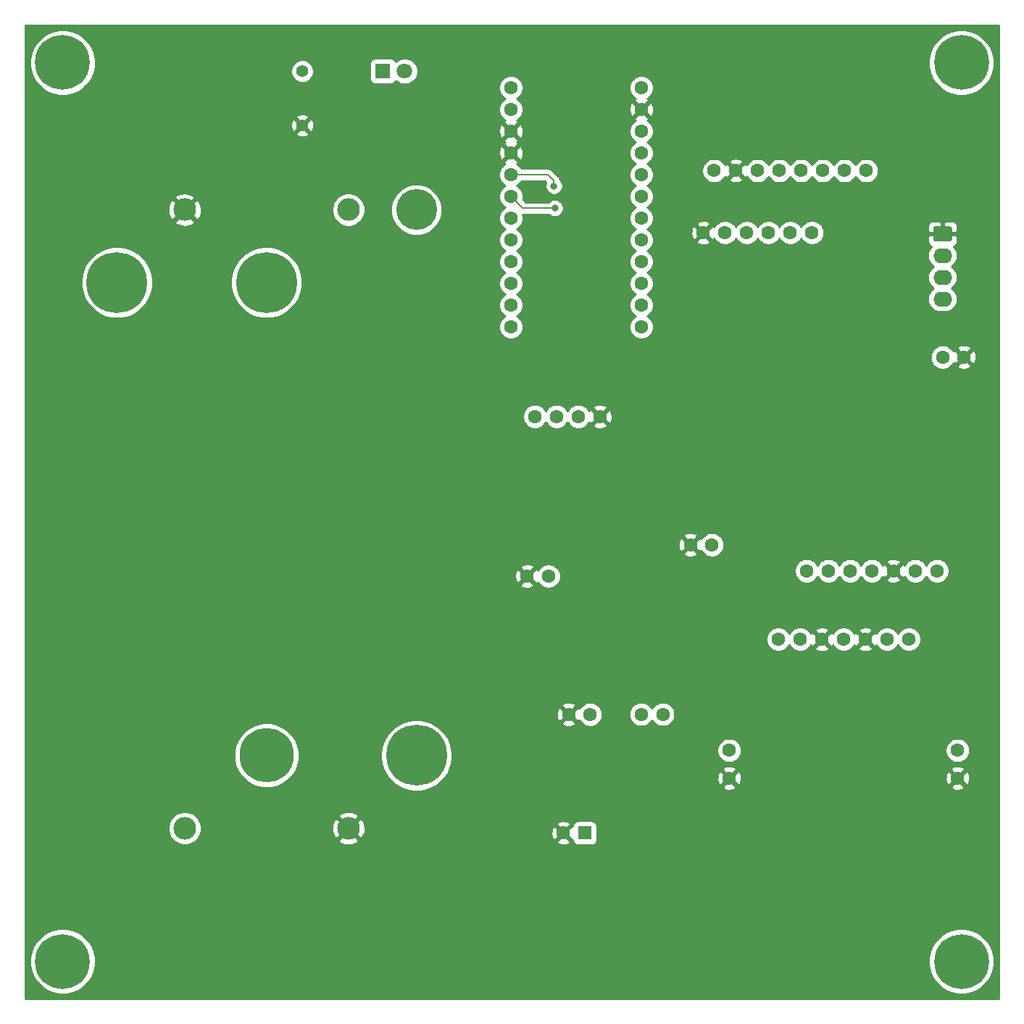
<source format=gbr>
G04 #@! TF.GenerationSoftware,KiCad,Pcbnew,(5.1.5)-3*
G04 #@! TF.CreationDate,2020-11-22T23:45:11-05:00*
G04 #@! TF.ProjectId,OceanSense,4f636561-6e53-4656-9e73-652e6b696361,rev?*
G04 #@! TF.SameCoordinates,Original*
G04 #@! TF.FileFunction,Copper,L2,Bot*
G04 #@! TF.FilePolarity,Positive*
%FSLAX46Y46*%
G04 Gerber Fmt 4.6, Leading zero omitted, Abs format (unit mm)*
G04 Created by KiCad (PCBNEW (5.1.5)-3) date 2020-11-22 23:45:11*
%MOMM*%
%LPD*%
G04 APERTURE LIST*
%ADD10C,1.600200*%
%ADD11C,4.775200*%
%ADD12C,2.641600*%
%ADD13C,7.112000*%
%ADD14C,6.350000*%
%ADD15C,1.600000*%
%ADD16O,2.200000X1.740000*%
%ADD17C,0.100000*%
%ADD18C,6.400000*%
%ADD19C,1.422400*%
%ADD20C,1.800000*%
%ADD21R,1.800000X1.800000*%
%ADD22R,1.600000X1.600000*%
%ADD23C,0.800000*%
%ADD24C,0.203200*%
%ADD25C,0.254000*%
G04 APERTURE END LIST*
D10*
X25115000Y443875000D03*
X22575000Y443875000D03*
X41910000Y460629000D03*
X44450000Y460629000D03*
X46990000Y460629000D03*
X49530000Y460629000D03*
X52070000Y460629000D03*
X54610000Y460629000D03*
X57150000Y460629000D03*
D11*
X-3662000Y502814000D03*
D12*
X-11612200Y502814000D03*
X-30738400Y502814000D03*
X-30738400Y430551000D03*
X-11612200Y430551000D03*
D13*
X-38663200Y494305000D03*
X-21188000Y494305000D03*
X-3662000Y439060000D03*
D14*
X-21188000Y439060000D03*
D10*
X22620000Y517065000D03*
X22620000Y514525000D03*
X22620000Y511985000D03*
X22620000Y509445000D03*
X22620000Y506905000D03*
X22620000Y504365000D03*
X22620000Y501825000D03*
X22620000Y499285000D03*
X22620000Y496745000D03*
X22620000Y494205000D03*
X22620000Y491665000D03*
X22620000Y489125000D03*
X7380000Y489125000D03*
X7380000Y491665000D03*
X7380000Y494205000D03*
X7380000Y496745000D03*
X7380000Y499285000D03*
X7380000Y501825000D03*
X7380000Y504365000D03*
X7380000Y506905000D03*
X7380000Y509445000D03*
X7380000Y511985000D03*
X7380000Y514525000D03*
X7380000Y517065000D03*
X48890000Y507380000D03*
X46350000Y507380000D03*
X43810000Y507380000D03*
X41270000Y507380000D03*
X38730000Y507380000D03*
X36190000Y507380000D03*
X33650000Y507380000D03*
X31110000Y507380000D03*
X29845000Y500126000D03*
X32385000Y500126000D03*
X34925000Y500126000D03*
X37465000Y500126000D03*
X40005000Y500126000D03*
X42545000Y500126000D03*
X10160000Y478663000D03*
X12700000Y478663000D03*
X15240000Y478663000D03*
X17780000Y478663000D03*
X53848000Y452628000D03*
X51308000Y452628000D03*
X48768000Y452628000D03*
X46228000Y452628000D03*
X43688000Y452628000D03*
X41148000Y452628000D03*
X38608000Y452628000D03*
X59563000Y436397400D03*
X59563000Y439648600D03*
X32893000Y436397400D03*
X32893000Y439648600D03*
D15*
X60300000Y485600000D03*
X57800000Y485600000D03*
D16*
X57800000Y492380000D03*
X57800000Y494920000D03*
X57800000Y497460000D03*
G04 #@! TA.AperFunction,ComponentPad*
D17*
G36*
X58674505Y500868796D02*
G01*
X58698773Y500865196D01*
X58722572Y500859235D01*
X58745671Y500850970D01*
X58767850Y500840480D01*
X58788893Y500827868D01*
X58808599Y500813253D01*
X58826777Y500796777D01*
X58843253Y500778599D01*
X58857868Y500758893D01*
X58870480Y500737850D01*
X58880970Y500715671D01*
X58889235Y500692572D01*
X58895196Y500668773D01*
X58898796Y500644505D01*
X58900000Y500620001D01*
X58900000Y499379999D01*
X58898796Y499355495D01*
X58895196Y499331227D01*
X58889235Y499307428D01*
X58880970Y499284329D01*
X58870480Y499262150D01*
X58857868Y499241107D01*
X58843253Y499221401D01*
X58826777Y499203223D01*
X58808599Y499186747D01*
X58788893Y499172132D01*
X58767850Y499159520D01*
X58745671Y499149030D01*
X58722572Y499140765D01*
X58698773Y499134804D01*
X58674505Y499131204D01*
X58650001Y499130000D01*
X56949999Y499130000D01*
X56925495Y499131204D01*
X56901227Y499134804D01*
X56877428Y499140765D01*
X56854329Y499149030D01*
X56832150Y499159520D01*
X56811107Y499172132D01*
X56791401Y499186747D01*
X56773223Y499203223D01*
X56756747Y499221401D01*
X56742132Y499241107D01*
X56729520Y499262150D01*
X56719030Y499284329D01*
X56710765Y499307428D01*
X56704804Y499331227D01*
X56701204Y499355495D01*
X56700000Y499379999D01*
X56700000Y500620001D01*
X56701204Y500644505D01*
X56704804Y500668773D01*
X56710765Y500692572D01*
X56719030Y500715671D01*
X56729520Y500737850D01*
X56742132Y500758893D01*
X56756747Y500778599D01*
X56773223Y500796777D01*
X56791401Y500813253D01*
X56811107Y500827868D01*
X56832150Y500840480D01*
X56854329Y500850970D01*
X56877428Y500859235D01*
X56901227Y500865196D01*
X56925495Y500868796D01*
X56949999Y500870000D01*
X58650001Y500870000D01*
X58674505Y500868796D01*
G37*
G04 #@! TD.AperFunction*
D18*
X-45000000Y520000000D03*
X60000000Y415000000D03*
X-45000000Y415000000D03*
X60000000Y520000000D03*
D19*
X-17000000Y512650000D03*
X-17000000Y519000000D03*
D20*
X-5035000Y519000000D03*
D21*
X-7575000Y519000000D03*
D22*
X16000000Y430000000D03*
D15*
X13500000Y430000000D03*
X16637000Y443865000D03*
X14137000Y443865000D03*
X28361000Y463677000D03*
X30861000Y463677000D03*
X11750000Y460000000D03*
X9250000Y460000000D03*
D23*
X12400000Y505600000D03*
X12500000Y503000000D03*
D24*
X12400000Y505600000D02*
X12400000Y506200000D01*
X11695000Y506905000D02*
X7380000Y506905000D01*
X12400000Y506200000D02*
X11695000Y506905000D01*
X12500000Y503000000D02*
X12400000Y503000000D01*
X8745000Y503000000D02*
X7380000Y504365000D01*
X12500000Y503000000D02*
X8745000Y503000000D01*
D25*
G36*
X64340001Y410660000D02*
G01*
X-49340000Y410660000D01*
X-49340000Y415377715D01*
X-48835000Y415377715D01*
X-48835000Y414622285D01*
X-48687623Y413881372D01*
X-48398533Y413183446D01*
X-47978839Y412555330D01*
X-47444670Y412021161D01*
X-46816554Y411601467D01*
X-46118628Y411312377D01*
X-45377715Y411165000D01*
X-44622285Y411165000D01*
X-43881372Y411312377D01*
X-43183446Y411601467D01*
X-42555330Y412021161D01*
X-42021161Y412555330D01*
X-41601467Y413183446D01*
X-41312377Y413881372D01*
X-41165000Y414622285D01*
X-41165000Y415377715D01*
X56165000Y415377715D01*
X56165000Y414622285D01*
X56312377Y413881372D01*
X56601467Y413183446D01*
X57021161Y412555330D01*
X57555330Y412021161D01*
X58183446Y411601467D01*
X58881372Y411312377D01*
X59622285Y411165000D01*
X60377715Y411165000D01*
X61118628Y411312377D01*
X61816554Y411601467D01*
X62444670Y412021161D01*
X62978839Y412555330D01*
X63398533Y413183446D01*
X63687623Y413881372D01*
X63835000Y414622285D01*
X63835000Y415377715D01*
X63687623Y416118628D01*
X63398533Y416816554D01*
X62978839Y417444670D01*
X62444670Y417978839D01*
X61816554Y418398533D01*
X61118628Y418687623D01*
X60377715Y418835000D01*
X59622285Y418835000D01*
X58881372Y418687623D01*
X58183446Y418398533D01*
X57555330Y417978839D01*
X57021161Y417444670D01*
X56601467Y416816554D01*
X56312377Y416118628D01*
X56165000Y415377715D01*
X-41165000Y415377715D01*
X-41312377Y416118628D01*
X-41601467Y416816554D01*
X-42021161Y417444670D01*
X-42555330Y417978839D01*
X-43183446Y418398533D01*
X-43881372Y418687623D01*
X-44622285Y418835000D01*
X-45377715Y418835000D01*
X-46118628Y418687623D01*
X-46816554Y418398533D01*
X-47444670Y417978839D01*
X-47978839Y417444670D01*
X-48398533Y416816554D01*
X-48687623Y416118628D01*
X-48835000Y415377715D01*
X-49340000Y415377715D01*
X-49340000Y430743629D01*
X-32694200Y430743629D01*
X-32694200Y430358371D01*
X-32619039Y429980514D01*
X-32471607Y429624581D01*
X-32257569Y429304250D01*
X-31985150Y429031831D01*
X-31664819Y428817793D01*
X-31308886Y428670361D01*
X-30931029Y428595200D01*
X-30545771Y428595200D01*
X-30167914Y428670361D01*
X-29811981Y428817793D01*
X-29491650Y429031831D01*
X-29336520Y429186961D01*
X-12796634Y429186961D01*
X-12662193Y428889743D01*
X-12317922Y428716820D01*
X-11946531Y428614384D01*
X-11562292Y428586371D01*
X-11179970Y428633857D01*
X-10814260Y428755018D01*
X-10562207Y428889743D01*
X-10509034Y429007298D01*
X12686903Y429007298D01*
X12758486Y428763329D01*
X13013996Y428642429D01*
X13288184Y428573700D01*
X13570512Y428559783D01*
X13850130Y428601213D01*
X14116292Y428696397D01*
X14241514Y428763329D01*
X14313097Y429007298D01*
X13500000Y429820395D01*
X12686903Y429007298D01*
X-10509034Y429007298D01*
X-10427766Y429186961D01*
X-11612200Y430371395D01*
X-12796634Y429186961D01*
X-29336520Y429186961D01*
X-29219231Y429304250D01*
X-29005193Y429624581D01*
X-28857761Y429980514D01*
X-28782600Y430358371D01*
X-28782600Y430501092D01*
X-13576829Y430501092D01*
X-13529343Y430118770D01*
X-13408182Y429753060D01*
X-13273457Y429501007D01*
X-12976239Y429366566D01*
X-11791805Y430551000D01*
X-11432595Y430551000D01*
X-10248161Y429366566D01*
X-9950943Y429501007D01*
X-9778020Y429845278D01*
X-9754794Y429929488D01*
X12059783Y429929488D01*
X12101213Y429649870D01*
X12196397Y429383708D01*
X12263329Y429258486D01*
X12507298Y429186903D01*
X13320395Y430000000D01*
X13679605Y430000000D01*
X14492702Y429186903D01*
X14561928Y429207215D01*
X14561928Y429200000D01*
X14574188Y429075518D01*
X14610498Y428955820D01*
X14669463Y428845506D01*
X14748815Y428748815D01*
X14845506Y428669463D01*
X14955820Y428610498D01*
X15075518Y428574188D01*
X15200000Y428561928D01*
X16800000Y428561928D01*
X16924482Y428574188D01*
X17044180Y428610498D01*
X17154494Y428669463D01*
X17251185Y428748815D01*
X17330537Y428845506D01*
X17389502Y428955820D01*
X17425812Y429075518D01*
X17438072Y429200000D01*
X17438072Y430800000D01*
X17425812Y430924482D01*
X17389502Y431044180D01*
X17330537Y431154494D01*
X17251185Y431251185D01*
X17154494Y431330537D01*
X17044180Y431389502D01*
X16924482Y431425812D01*
X16800000Y431438072D01*
X15200000Y431438072D01*
X15075518Y431425812D01*
X14955820Y431389502D01*
X14845506Y431330537D01*
X14748815Y431251185D01*
X14669463Y431154494D01*
X14610498Y431044180D01*
X14574188Y430924482D01*
X14561928Y430800000D01*
X14561928Y430792785D01*
X14492702Y430813097D01*
X13679605Y430000000D01*
X13320395Y430000000D01*
X12507298Y430813097D01*
X12263329Y430741514D01*
X12142429Y430486004D01*
X12073700Y430211816D01*
X12059783Y429929488D01*
X-9754794Y429929488D01*
X-9675584Y430216669D01*
X-9647571Y430600908D01*
X-9695057Y430983230D01*
X-9698195Y430992702D01*
X12686903Y430992702D01*
X13500000Y430179605D01*
X14313097Y430992702D01*
X14241514Y431236671D01*
X13986004Y431357571D01*
X13711816Y431426300D01*
X13429488Y431440217D01*
X13149870Y431398787D01*
X12883708Y431303603D01*
X12758486Y431236671D01*
X12686903Y430992702D01*
X-9698195Y430992702D01*
X-9816218Y431348940D01*
X-9950943Y431600993D01*
X-10248161Y431735434D01*
X-11432595Y430551000D01*
X-11791805Y430551000D01*
X-12976239Y431735434D01*
X-13273457Y431600993D01*
X-13446380Y431256722D01*
X-13548816Y430885331D01*
X-13576829Y430501092D01*
X-28782600Y430501092D01*
X-28782600Y430743629D01*
X-28857761Y431121486D01*
X-29005193Y431477419D01*
X-29219231Y431797750D01*
X-29336520Y431915039D01*
X-12796634Y431915039D01*
X-11612200Y430730605D01*
X-10427766Y431915039D01*
X-10562207Y432212257D01*
X-10906478Y432385180D01*
X-11277869Y432487616D01*
X-11662108Y432515629D01*
X-12044430Y432468143D01*
X-12410140Y432346982D01*
X-12662193Y432212257D01*
X-12796634Y431915039D01*
X-29336520Y431915039D01*
X-29491650Y432070169D01*
X-29811981Y432284207D01*
X-30167914Y432431639D01*
X-30545771Y432506800D01*
X-30931029Y432506800D01*
X-31308886Y432431639D01*
X-31664819Y432284207D01*
X-31985150Y432070169D01*
X-32257569Y431797750D01*
X-32471607Y431477419D01*
X-32619039Y431121486D01*
X-32694200Y430743629D01*
X-49340000Y430743629D01*
X-49340000Y439435252D01*
X-24998000Y439435252D01*
X-24998000Y438684748D01*
X-24851584Y437948664D01*
X-24564378Y437255288D01*
X-24147420Y436631267D01*
X-23616733Y436100580D01*
X-22992712Y435683622D01*
X-22299336Y435396416D01*
X-21563252Y435250000D01*
X-20812748Y435250000D01*
X-20076664Y435396416D01*
X-19383288Y435683622D01*
X-18759267Y436100580D01*
X-18228580Y436631267D01*
X-17811622Y437255288D01*
X-17524416Y437948664D01*
X-17378000Y438684748D01*
X-17378000Y439435252D01*
X-17385464Y439472777D01*
X-7853000Y439472777D01*
X-7853000Y438647223D01*
X-7691942Y437837531D01*
X-7376016Y437074817D01*
X-6917362Y436388394D01*
X-6333606Y435804638D01*
X-5647183Y435345984D01*
X-4884469Y435030058D01*
X-4074777Y434869000D01*
X-3249223Y434869000D01*
X-2439531Y435030058D01*
X-1676817Y435345984D01*
X-1589054Y435404626D01*
X32079831Y435404626D01*
X32151426Y435160646D01*
X32406954Y435039736D01*
X32681161Y434971000D01*
X32963508Y434957080D01*
X33243147Y434998511D01*
X33509328Y435093700D01*
X33634574Y435160646D01*
X33706169Y435404626D01*
X58749831Y435404626D01*
X58821426Y435160646D01*
X59076954Y435039736D01*
X59351161Y434971000D01*
X59633508Y434957080D01*
X59913147Y434998511D01*
X60179328Y435093700D01*
X60304574Y435160646D01*
X60376169Y435404626D01*
X59563000Y436217795D01*
X58749831Y435404626D01*
X33706169Y435404626D01*
X32893000Y436217795D01*
X32079831Y435404626D01*
X-1589054Y435404626D01*
X-990394Y435804638D01*
X-468140Y436326892D01*
X31452680Y436326892D01*
X31494111Y436047253D01*
X31589300Y435781072D01*
X31656246Y435655826D01*
X31900226Y435584231D01*
X32713395Y436397400D01*
X33072605Y436397400D01*
X33885774Y435584231D01*
X34129754Y435655826D01*
X34250664Y435911354D01*
X34319400Y436185561D01*
X34326367Y436326892D01*
X58122680Y436326892D01*
X58164111Y436047253D01*
X58259300Y435781072D01*
X58326246Y435655826D01*
X58570226Y435584231D01*
X59383395Y436397400D01*
X59742605Y436397400D01*
X60555774Y435584231D01*
X60799754Y435655826D01*
X60920664Y435911354D01*
X60989400Y436185561D01*
X61003320Y436467908D01*
X60961889Y436747547D01*
X60866700Y437013728D01*
X60799754Y437138974D01*
X60555774Y437210569D01*
X59742605Y436397400D01*
X59383395Y436397400D01*
X58570226Y437210569D01*
X58326246Y437138974D01*
X58205336Y436883446D01*
X58136600Y436609239D01*
X58122680Y436326892D01*
X34326367Y436326892D01*
X34333320Y436467908D01*
X34291889Y436747547D01*
X34196700Y437013728D01*
X34129754Y437138974D01*
X33885774Y437210569D01*
X33072605Y436397400D01*
X32713395Y436397400D01*
X31900226Y437210569D01*
X31656246Y437138974D01*
X31535336Y436883446D01*
X31466600Y436609239D01*
X31452680Y436326892D01*
X-468140Y436326892D01*
X-406638Y436388394D01*
X52016Y437074817D01*
X182640Y437390174D01*
X32079831Y437390174D01*
X32893000Y436577005D01*
X33706169Y437390174D01*
X58749831Y437390174D01*
X59563000Y436577005D01*
X60376169Y437390174D01*
X60304574Y437634154D01*
X60049046Y437755064D01*
X59774839Y437823800D01*
X59492492Y437837720D01*
X59212853Y437796289D01*
X58946672Y437701100D01*
X58821426Y437634154D01*
X58749831Y437390174D01*
X33706169Y437390174D01*
X33634574Y437634154D01*
X33379046Y437755064D01*
X33104839Y437823800D01*
X32822492Y437837720D01*
X32542853Y437796289D01*
X32276672Y437701100D01*
X32151426Y437634154D01*
X32079831Y437390174D01*
X182640Y437390174D01*
X367942Y437837531D01*
X529000Y438647223D01*
X529000Y439472777D01*
X465912Y439789945D01*
X31457900Y439789945D01*
X31457900Y439507255D01*
X31513050Y439229997D01*
X31621231Y438968825D01*
X31778285Y438733777D01*
X31978177Y438533885D01*
X32213225Y438376831D01*
X32474397Y438268650D01*
X32751655Y438213500D01*
X33034345Y438213500D01*
X33311603Y438268650D01*
X33572775Y438376831D01*
X33807823Y438533885D01*
X34007715Y438733777D01*
X34164769Y438968825D01*
X34272950Y439229997D01*
X34328100Y439507255D01*
X34328100Y439789945D01*
X58127900Y439789945D01*
X58127900Y439507255D01*
X58183050Y439229997D01*
X58291231Y438968825D01*
X58448285Y438733777D01*
X58648177Y438533885D01*
X58883225Y438376831D01*
X59144397Y438268650D01*
X59421655Y438213500D01*
X59704345Y438213500D01*
X59981603Y438268650D01*
X60242775Y438376831D01*
X60477823Y438533885D01*
X60677715Y438733777D01*
X60834769Y438968825D01*
X60942950Y439229997D01*
X60998100Y439507255D01*
X60998100Y439789945D01*
X60942950Y440067203D01*
X60834769Y440328375D01*
X60677715Y440563423D01*
X60477823Y440763315D01*
X60242775Y440920369D01*
X59981603Y441028550D01*
X59704345Y441083700D01*
X59421655Y441083700D01*
X59144397Y441028550D01*
X58883225Y440920369D01*
X58648177Y440763315D01*
X58448285Y440563423D01*
X58291231Y440328375D01*
X58183050Y440067203D01*
X58127900Y439789945D01*
X34328100Y439789945D01*
X34272950Y440067203D01*
X34164769Y440328375D01*
X34007715Y440563423D01*
X33807823Y440763315D01*
X33572775Y440920369D01*
X33311603Y441028550D01*
X33034345Y441083700D01*
X32751655Y441083700D01*
X32474397Y441028550D01*
X32213225Y440920369D01*
X31978177Y440763315D01*
X31778285Y440563423D01*
X31621231Y440328375D01*
X31513050Y440067203D01*
X31457900Y439789945D01*
X465912Y439789945D01*
X367942Y440282469D01*
X52016Y441045183D01*
X-406638Y441731606D01*
X-990394Y442315362D01*
X-1676817Y442774016D01*
X-1914091Y442872298D01*
X13323903Y442872298D01*
X13395486Y442628329D01*
X13650996Y442507429D01*
X13925184Y442438700D01*
X14207512Y442424783D01*
X14487130Y442466213D01*
X14753292Y442561397D01*
X14878514Y442628329D01*
X14950097Y442872298D01*
X14137000Y443685395D01*
X13323903Y442872298D01*
X-1914091Y442872298D01*
X-2439531Y443089942D01*
X-3249223Y443251000D01*
X-4074777Y443251000D01*
X-4884469Y443089942D01*
X-5647183Y442774016D01*
X-6333606Y442315362D01*
X-6917362Y441731606D01*
X-7376016Y441045183D01*
X-7691942Y440282469D01*
X-7853000Y439472777D01*
X-17385464Y439472777D01*
X-17524416Y440171336D01*
X-17811622Y440864712D01*
X-18228580Y441488733D01*
X-18759267Y442019420D01*
X-19383288Y442436378D01*
X-20076664Y442723584D01*
X-20812748Y442870000D01*
X-21563252Y442870000D01*
X-22299336Y442723584D01*
X-22992712Y442436378D01*
X-23616733Y442019420D01*
X-24147420Y441488733D01*
X-24564378Y440864712D01*
X-24851584Y440171336D01*
X-24998000Y439435252D01*
X-49340000Y439435252D01*
X-49340000Y443794488D01*
X12696783Y443794488D01*
X12738213Y443514870D01*
X12833397Y443248708D01*
X12900329Y443123486D01*
X13144298Y443051903D01*
X13957395Y443865000D01*
X14316605Y443865000D01*
X15129702Y443051903D01*
X15373671Y443123486D01*
X15387324Y443152341D01*
X15522363Y442950241D01*
X15722241Y442750363D01*
X15957273Y442593320D01*
X16218426Y442485147D01*
X16495665Y442430000D01*
X16778335Y442430000D01*
X17055574Y442485147D01*
X17316727Y442593320D01*
X17551759Y442750363D01*
X17751637Y442950241D01*
X17908680Y443185273D01*
X18016853Y443446426D01*
X18072000Y443723665D01*
X18072000Y444006335D01*
X18070009Y444016345D01*
X21139900Y444016345D01*
X21139900Y443733655D01*
X21195050Y443456397D01*
X21303231Y443195225D01*
X21460285Y442960177D01*
X21660177Y442760285D01*
X21895225Y442603231D01*
X22156397Y442495050D01*
X22433655Y442439900D01*
X22716345Y442439900D01*
X22993603Y442495050D01*
X23254775Y442603231D01*
X23489823Y442760285D01*
X23689715Y442960177D01*
X23845000Y443192578D01*
X24000285Y442960177D01*
X24200177Y442760285D01*
X24435225Y442603231D01*
X24696397Y442495050D01*
X24973655Y442439900D01*
X25256345Y442439900D01*
X25533603Y442495050D01*
X25794775Y442603231D01*
X26029823Y442760285D01*
X26229715Y442960177D01*
X26386769Y443195225D01*
X26494950Y443456397D01*
X26550100Y443733655D01*
X26550100Y444016345D01*
X26494950Y444293603D01*
X26386769Y444554775D01*
X26229715Y444789823D01*
X26029823Y444989715D01*
X25794775Y445146769D01*
X25533603Y445254950D01*
X25256345Y445310100D01*
X24973655Y445310100D01*
X24696397Y445254950D01*
X24435225Y445146769D01*
X24200177Y444989715D01*
X24000285Y444789823D01*
X23845000Y444557422D01*
X23689715Y444789823D01*
X23489823Y444989715D01*
X23254775Y445146769D01*
X22993603Y445254950D01*
X22716345Y445310100D01*
X22433655Y445310100D01*
X22156397Y445254950D01*
X21895225Y445146769D01*
X21660177Y444989715D01*
X21460285Y444789823D01*
X21303231Y444554775D01*
X21195050Y444293603D01*
X21139900Y444016345D01*
X18070009Y444016345D01*
X18016853Y444283574D01*
X17908680Y444544727D01*
X17751637Y444779759D01*
X17551759Y444979637D01*
X17316727Y445136680D01*
X17055574Y445244853D01*
X16778335Y445300000D01*
X16495665Y445300000D01*
X16218426Y445244853D01*
X15957273Y445136680D01*
X15722241Y444979637D01*
X15522363Y444779759D01*
X15388308Y444579131D01*
X15373671Y444606514D01*
X15129702Y444678097D01*
X14316605Y443865000D01*
X13957395Y443865000D01*
X13144298Y444678097D01*
X12900329Y444606514D01*
X12779429Y444351004D01*
X12710700Y444076816D01*
X12696783Y443794488D01*
X-49340000Y443794488D01*
X-49340000Y444857702D01*
X13323903Y444857702D01*
X14137000Y444044605D01*
X14950097Y444857702D01*
X14878514Y445101671D01*
X14623004Y445222571D01*
X14348816Y445291300D01*
X14066488Y445305217D01*
X13786870Y445263787D01*
X13520708Y445168603D01*
X13395486Y445101671D01*
X13323903Y444857702D01*
X-49340000Y444857702D01*
X-49340000Y452769345D01*
X37172900Y452769345D01*
X37172900Y452486655D01*
X37228050Y452209397D01*
X37336231Y451948225D01*
X37493285Y451713177D01*
X37693177Y451513285D01*
X37928225Y451356231D01*
X38189397Y451248050D01*
X38466655Y451192900D01*
X38749345Y451192900D01*
X39026603Y451248050D01*
X39287775Y451356231D01*
X39522823Y451513285D01*
X39722715Y451713177D01*
X39878000Y451945578D01*
X40033285Y451713177D01*
X40233177Y451513285D01*
X40468225Y451356231D01*
X40729397Y451248050D01*
X41006655Y451192900D01*
X41289345Y451192900D01*
X41566603Y451248050D01*
X41827775Y451356231D01*
X42062823Y451513285D01*
X42184764Y451635226D01*
X42874831Y451635226D01*
X42946426Y451391246D01*
X43201954Y451270336D01*
X43476161Y451201600D01*
X43758508Y451187680D01*
X44038147Y451229111D01*
X44304328Y451324300D01*
X44429574Y451391246D01*
X44501169Y451635226D01*
X43688000Y452448395D01*
X42874831Y451635226D01*
X42184764Y451635226D01*
X42262715Y451713177D01*
X42418905Y451946932D01*
X42451246Y451886426D01*
X42695226Y451814831D01*
X43508395Y452628000D01*
X43867605Y452628000D01*
X44680774Y451814831D01*
X44924754Y451886426D01*
X44955188Y451950744D01*
X44956231Y451948225D01*
X45113285Y451713177D01*
X45313177Y451513285D01*
X45548225Y451356231D01*
X45809397Y451248050D01*
X46086655Y451192900D01*
X46369345Y451192900D01*
X46646603Y451248050D01*
X46907775Y451356231D01*
X47142823Y451513285D01*
X47264764Y451635226D01*
X47954831Y451635226D01*
X48026426Y451391246D01*
X48281954Y451270336D01*
X48556161Y451201600D01*
X48838508Y451187680D01*
X49118147Y451229111D01*
X49384328Y451324300D01*
X49509574Y451391246D01*
X49581169Y451635226D01*
X48768000Y452448395D01*
X47954831Y451635226D01*
X47264764Y451635226D01*
X47342715Y451713177D01*
X47498905Y451946932D01*
X47531246Y451886426D01*
X47775226Y451814831D01*
X48588395Y452628000D01*
X48947605Y452628000D01*
X49760774Y451814831D01*
X50004754Y451886426D01*
X50035188Y451950744D01*
X50036231Y451948225D01*
X50193285Y451713177D01*
X50393177Y451513285D01*
X50628225Y451356231D01*
X50889397Y451248050D01*
X51166655Y451192900D01*
X51449345Y451192900D01*
X51726603Y451248050D01*
X51987775Y451356231D01*
X52222823Y451513285D01*
X52422715Y451713177D01*
X52578000Y451945578D01*
X52733285Y451713177D01*
X52933177Y451513285D01*
X53168225Y451356231D01*
X53429397Y451248050D01*
X53706655Y451192900D01*
X53989345Y451192900D01*
X54266603Y451248050D01*
X54527775Y451356231D01*
X54762823Y451513285D01*
X54962715Y451713177D01*
X55119769Y451948225D01*
X55227950Y452209397D01*
X55283100Y452486655D01*
X55283100Y452769345D01*
X55227950Y453046603D01*
X55119769Y453307775D01*
X54962715Y453542823D01*
X54762823Y453742715D01*
X54527775Y453899769D01*
X54266603Y454007950D01*
X53989345Y454063100D01*
X53706655Y454063100D01*
X53429397Y454007950D01*
X53168225Y453899769D01*
X52933177Y453742715D01*
X52733285Y453542823D01*
X52578000Y453310422D01*
X52422715Y453542823D01*
X52222823Y453742715D01*
X51987775Y453899769D01*
X51726603Y454007950D01*
X51449345Y454063100D01*
X51166655Y454063100D01*
X50889397Y454007950D01*
X50628225Y453899769D01*
X50393177Y453742715D01*
X50193285Y453542823D01*
X50037095Y453309068D01*
X50004754Y453369574D01*
X49760774Y453441169D01*
X48947605Y452628000D01*
X48588395Y452628000D01*
X47775226Y453441169D01*
X47531246Y453369574D01*
X47500812Y453305256D01*
X47499769Y453307775D01*
X47342715Y453542823D01*
X47264764Y453620774D01*
X47954831Y453620774D01*
X48768000Y452807605D01*
X49581169Y453620774D01*
X49509574Y453864754D01*
X49254046Y453985664D01*
X48979839Y454054400D01*
X48697492Y454068320D01*
X48417853Y454026889D01*
X48151672Y453931700D01*
X48026426Y453864754D01*
X47954831Y453620774D01*
X47264764Y453620774D01*
X47142823Y453742715D01*
X46907775Y453899769D01*
X46646603Y454007950D01*
X46369345Y454063100D01*
X46086655Y454063100D01*
X45809397Y454007950D01*
X45548225Y453899769D01*
X45313177Y453742715D01*
X45113285Y453542823D01*
X44957095Y453309068D01*
X44924754Y453369574D01*
X44680774Y453441169D01*
X43867605Y452628000D01*
X43508395Y452628000D01*
X42695226Y453441169D01*
X42451246Y453369574D01*
X42420812Y453305256D01*
X42419769Y453307775D01*
X42262715Y453542823D01*
X42184764Y453620774D01*
X42874831Y453620774D01*
X43688000Y452807605D01*
X44501169Y453620774D01*
X44429574Y453864754D01*
X44174046Y453985664D01*
X43899839Y454054400D01*
X43617492Y454068320D01*
X43337853Y454026889D01*
X43071672Y453931700D01*
X42946426Y453864754D01*
X42874831Y453620774D01*
X42184764Y453620774D01*
X42062823Y453742715D01*
X41827775Y453899769D01*
X41566603Y454007950D01*
X41289345Y454063100D01*
X41006655Y454063100D01*
X40729397Y454007950D01*
X40468225Y453899769D01*
X40233177Y453742715D01*
X40033285Y453542823D01*
X39878000Y453310422D01*
X39722715Y453542823D01*
X39522823Y453742715D01*
X39287775Y453899769D01*
X39026603Y454007950D01*
X38749345Y454063100D01*
X38466655Y454063100D01*
X38189397Y454007950D01*
X37928225Y453899769D01*
X37693177Y453742715D01*
X37493285Y453542823D01*
X37336231Y453307775D01*
X37228050Y453046603D01*
X37172900Y452769345D01*
X-49340000Y452769345D01*
X-49340000Y459007298D01*
X8436903Y459007298D01*
X8508486Y458763329D01*
X8763996Y458642429D01*
X9038184Y458573700D01*
X9320512Y458559783D01*
X9600130Y458601213D01*
X9866292Y458696397D01*
X9991514Y458763329D01*
X10063097Y459007298D01*
X9250000Y459820395D01*
X8436903Y459007298D01*
X-49340000Y459007298D01*
X-49340000Y459929488D01*
X7809783Y459929488D01*
X7851213Y459649870D01*
X7946397Y459383708D01*
X8013329Y459258486D01*
X8257298Y459186903D01*
X9070395Y460000000D01*
X9429605Y460000000D01*
X10242702Y459186903D01*
X10486671Y459258486D01*
X10500324Y459287341D01*
X10635363Y459085241D01*
X10835241Y458885363D01*
X11070273Y458728320D01*
X11331426Y458620147D01*
X11608665Y458565000D01*
X11891335Y458565000D01*
X12168574Y458620147D01*
X12429727Y458728320D01*
X12664759Y458885363D01*
X12864637Y459085241D01*
X13021680Y459320273D01*
X13129853Y459581426D01*
X13185000Y459858665D01*
X13185000Y460141335D01*
X13129853Y460418574D01*
X13021680Y460679727D01*
X12961132Y460770345D01*
X40474900Y460770345D01*
X40474900Y460487655D01*
X40530050Y460210397D01*
X40638231Y459949225D01*
X40795285Y459714177D01*
X40995177Y459514285D01*
X41230225Y459357231D01*
X41491397Y459249050D01*
X41768655Y459193900D01*
X42051345Y459193900D01*
X42328603Y459249050D01*
X42589775Y459357231D01*
X42824823Y459514285D01*
X43024715Y459714177D01*
X43180000Y459946578D01*
X43335285Y459714177D01*
X43535177Y459514285D01*
X43770225Y459357231D01*
X44031397Y459249050D01*
X44308655Y459193900D01*
X44591345Y459193900D01*
X44868603Y459249050D01*
X45129775Y459357231D01*
X45364823Y459514285D01*
X45564715Y459714177D01*
X45720000Y459946578D01*
X45875285Y459714177D01*
X46075177Y459514285D01*
X46310225Y459357231D01*
X46571397Y459249050D01*
X46848655Y459193900D01*
X47131345Y459193900D01*
X47408603Y459249050D01*
X47669775Y459357231D01*
X47904823Y459514285D01*
X48104715Y459714177D01*
X48260000Y459946578D01*
X48415285Y459714177D01*
X48615177Y459514285D01*
X48850225Y459357231D01*
X49111397Y459249050D01*
X49388655Y459193900D01*
X49671345Y459193900D01*
X49948603Y459249050D01*
X50209775Y459357231D01*
X50444823Y459514285D01*
X50566764Y459636226D01*
X51256831Y459636226D01*
X51328426Y459392246D01*
X51583954Y459271336D01*
X51858161Y459202600D01*
X52140508Y459188680D01*
X52420147Y459230111D01*
X52686328Y459325300D01*
X52811574Y459392246D01*
X52883169Y459636226D01*
X52070000Y460449395D01*
X51256831Y459636226D01*
X50566764Y459636226D01*
X50644715Y459714177D01*
X50800905Y459947932D01*
X50833246Y459887426D01*
X51077226Y459815831D01*
X51890395Y460629000D01*
X52249605Y460629000D01*
X53062774Y459815831D01*
X53306754Y459887426D01*
X53337188Y459951744D01*
X53338231Y459949225D01*
X53495285Y459714177D01*
X53695177Y459514285D01*
X53930225Y459357231D01*
X54191397Y459249050D01*
X54468655Y459193900D01*
X54751345Y459193900D01*
X55028603Y459249050D01*
X55289775Y459357231D01*
X55524823Y459514285D01*
X55724715Y459714177D01*
X55880000Y459946578D01*
X56035285Y459714177D01*
X56235177Y459514285D01*
X56470225Y459357231D01*
X56731397Y459249050D01*
X57008655Y459193900D01*
X57291345Y459193900D01*
X57568603Y459249050D01*
X57829775Y459357231D01*
X58064823Y459514285D01*
X58264715Y459714177D01*
X58421769Y459949225D01*
X58529950Y460210397D01*
X58585100Y460487655D01*
X58585100Y460770345D01*
X58529950Y461047603D01*
X58421769Y461308775D01*
X58264715Y461543823D01*
X58064823Y461743715D01*
X57829775Y461900769D01*
X57568603Y462008950D01*
X57291345Y462064100D01*
X57008655Y462064100D01*
X56731397Y462008950D01*
X56470225Y461900769D01*
X56235177Y461743715D01*
X56035285Y461543823D01*
X55880000Y461311422D01*
X55724715Y461543823D01*
X55524823Y461743715D01*
X55289775Y461900769D01*
X55028603Y462008950D01*
X54751345Y462064100D01*
X54468655Y462064100D01*
X54191397Y462008950D01*
X53930225Y461900769D01*
X53695177Y461743715D01*
X53495285Y461543823D01*
X53339095Y461310068D01*
X53306754Y461370574D01*
X53062774Y461442169D01*
X52249605Y460629000D01*
X51890395Y460629000D01*
X51077226Y461442169D01*
X50833246Y461370574D01*
X50802812Y461306256D01*
X50801769Y461308775D01*
X50644715Y461543823D01*
X50566764Y461621774D01*
X51256831Y461621774D01*
X52070000Y460808605D01*
X52883169Y461621774D01*
X52811574Y461865754D01*
X52556046Y461986664D01*
X52281839Y462055400D01*
X51999492Y462069320D01*
X51719853Y462027889D01*
X51453672Y461932700D01*
X51328426Y461865754D01*
X51256831Y461621774D01*
X50566764Y461621774D01*
X50444823Y461743715D01*
X50209775Y461900769D01*
X49948603Y462008950D01*
X49671345Y462064100D01*
X49388655Y462064100D01*
X49111397Y462008950D01*
X48850225Y461900769D01*
X48615177Y461743715D01*
X48415285Y461543823D01*
X48260000Y461311422D01*
X48104715Y461543823D01*
X47904823Y461743715D01*
X47669775Y461900769D01*
X47408603Y462008950D01*
X47131345Y462064100D01*
X46848655Y462064100D01*
X46571397Y462008950D01*
X46310225Y461900769D01*
X46075177Y461743715D01*
X45875285Y461543823D01*
X45720000Y461311422D01*
X45564715Y461543823D01*
X45364823Y461743715D01*
X45129775Y461900769D01*
X44868603Y462008950D01*
X44591345Y462064100D01*
X44308655Y462064100D01*
X44031397Y462008950D01*
X43770225Y461900769D01*
X43535177Y461743715D01*
X43335285Y461543823D01*
X43180000Y461311422D01*
X43024715Y461543823D01*
X42824823Y461743715D01*
X42589775Y461900769D01*
X42328603Y462008950D01*
X42051345Y462064100D01*
X41768655Y462064100D01*
X41491397Y462008950D01*
X41230225Y461900769D01*
X40995177Y461743715D01*
X40795285Y461543823D01*
X40638231Y461308775D01*
X40530050Y461047603D01*
X40474900Y460770345D01*
X12961132Y460770345D01*
X12864637Y460914759D01*
X12664759Y461114637D01*
X12429727Y461271680D01*
X12168574Y461379853D01*
X11891335Y461435000D01*
X11608665Y461435000D01*
X11331426Y461379853D01*
X11070273Y461271680D01*
X10835241Y461114637D01*
X10635363Y460914759D01*
X10501308Y460714131D01*
X10486671Y460741514D01*
X10242702Y460813097D01*
X9429605Y460000000D01*
X9070395Y460000000D01*
X8257298Y460813097D01*
X8013329Y460741514D01*
X7892429Y460486004D01*
X7823700Y460211816D01*
X7809783Y459929488D01*
X-49340000Y459929488D01*
X-49340000Y460992702D01*
X8436903Y460992702D01*
X9250000Y460179605D01*
X10063097Y460992702D01*
X9991514Y461236671D01*
X9736004Y461357571D01*
X9461816Y461426300D01*
X9179488Y461440217D01*
X8899870Y461398787D01*
X8633708Y461303603D01*
X8508486Y461236671D01*
X8436903Y460992702D01*
X-49340000Y460992702D01*
X-49340000Y462684298D01*
X27547903Y462684298D01*
X27619486Y462440329D01*
X27874996Y462319429D01*
X28149184Y462250700D01*
X28431512Y462236783D01*
X28711130Y462278213D01*
X28977292Y462373397D01*
X29102514Y462440329D01*
X29174097Y462684298D01*
X28361000Y463497395D01*
X27547903Y462684298D01*
X-49340000Y462684298D01*
X-49340000Y463606488D01*
X26920783Y463606488D01*
X26962213Y463326870D01*
X27057397Y463060708D01*
X27124329Y462935486D01*
X27368298Y462863903D01*
X28181395Y463677000D01*
X28540605Y463677000D01*
X29353702Y462863903D01*
X29597671Y462935486D01*
X29611324Y462964341D01*
X29746363Y462762241D01*
X29946241Y462562363D01*
X30181273Y462405320D01*
X30442426Y462297147D01*
X30719665Y462242000D01*
X31002335Y462242000D01*
X31279574Y462297147D01*
X31540727Y462405320D01*
X31775759Y462562363D01*
X31975637Y462762241D01*
X32132680Y462997273D01*
X32240853Y463258426D01*
X32296000Y463535665D01*
X32296000Y463818335D01*
X32240853Y464095574D01*
X32132680Y464356727D01*
X31975637Y464591759D01*
X31775759Y464791637D01*
X31540727Y464948680D01*
X31279574Y465056853D01*
X31002335Y465112000D01*
X30719665Y465112000D01*
X30442426Y465056853D01*
X30181273Y464948680D01*
X29946241Y464791637D01*
X29746363Y464591759D01*
X29612308Y464391131D01*
X29597671Y464418514D01*
X29353702Y464490097D01*
X28540605Y463677000D01*
X28181395Y463677000D01*
X27368298Y464490097D01*
X27124329Y464418514D01*
X27003429Y464163004D01*
X26934700Y463888816D01*
X26920783Y463606488D01*
X-49340000Y463606488D01*
X-49340000Y464669702D01*
X27547903Y464669702D01*
X28361000Y463856605D01*
X29174097Y464669702D01*
X29102514Y464913671D01*
X28847004Y465034571D01*
X28572816Y465103300D01*
X28290488Y465117217D01*
X28010870Y465075787D01*
X27744708Y464980603D01*
X27619486Y464913671D01*
X27547903Y464669702D01*
X-49340000Y464669702D01*
X-49340000Y478804345D01*
X8724900Y478804345D01*
X8724900Y478521655D01*
X8780050Y478244397D01*
X8888231Y477983225D01*
X9045285Y477748177D01*
X9245177Y477548285D01*
X9480225Y477391231D01*
X9741397Y477283050D01*
X10018655Y477227900D01*
X10301345Y477227900D01*
X10578603Y477283050D01*
X10839775Y477391231D01*
X11074823Y477548285D01*
X11274715Y477748177D01*
X11430000Y477980578D01*
X11585285Y477748177D01*
X11785177Y477548285D01*
X12020225Y477391231D01*
X12281397Y477283050D01*
X12558655Y477227900D01*
X12841345Y477227900D01*
X13118603Y477283050D01*
X13379775Y477391231D01*
X13614823Y477548285D01*
X13814715Y477748177D01*
X13970000Y477980578D01*
X14125285Y477748177D01*
X14325177Y477548285D01*
X14560225Y477391231D01*
X14821397Y477283050D01*
X15098655Y477227900D01*
X15381345Y477227900D01*
X15658603Y477283050D01*
X15919775Y477391231D01*
X16154823Y477548285D01*
X16276764Y477670226D01*
X16966831Y477670226D01*
X17038426Y477426246D01*
X17293954Y477305336D01*
X17568161Y477236600D01*
X17850508Y477222680D01*
X18130147Y477264111D01*
X18396328Y477359300D01*
X18521574Y477426246D01*
X18593169Y477670226D01*
X17780000Y478483395D01*
X16966831Y477670226D01*
X16276764Y477670226D01*
X16354715Y477748177D01*
X16510905Y477981932D01*
X16543246Y477921426D01*
X16787226Y477849831D01*
X17600395Y478663000D01*
X17959605Y478663000D01*
X18772774Y477849831D01*
X19016754Y477921426D01*
X19137664Y478176954D01*
X19206400Y478451161D01*
X19220320Y478733508D01*
X19178889Y479013147D01*
X19083700Y479279328D01*
X19016754Y479404574D01*
X18772774Y479476169D01*
X17959605Y478663000D01*
X17600395Y478663000D01*
X16787226Y479476169D01*
X16543246Y479404574D01*
X16512812Y479340256D01*
X16511769Y479342775D01*
X16354715Y479577823D01*
X16276764Y479655774D01*
X16966831Y479655774D01*
X17780000Y478842605D01*
X18593169Y479655774D01*
X18521574Y479899754D01*
X18266046Y480020664D01*
X17991839Y480089400D01*
X17709492Y480103320D01*
X17429853Y480061889D01*
X17163672Y479966700D01*
X17038426Y479899754D01*
X16966831Y479655774D01*
X16276764Y479655774D01*
X16154823Y479777715D01*
X15919775Y479934769D01*
X15658603Y480042950D01*
X15381345Y480098100D01*
X15098655Y480098100D01*
X14821397Y480042950D01*
X14560225Y479934769D01*
X14325177Y479777715D01*
X14125285Y479577823D01*
X13970000Y479345422D01*
X13814715Y479577823D01*
X13614823Y479777715D01*
X13379775Y479934769D01*
X13118603Y480042950D01*
X12841345Y480098100D01*
X12558655Y480098100D01*
X12281397Y480042950D01*
X12020225Y479934769D01*
X11785177Y479777715D01*
X11585285Y479577823D01*
X11430000Y479345422D01*
X11274715Y479577823D01*
X11074823Y479777715D01*
X10839775Y479934769D01*
X10578603Y480042950D01*
X10301345Y480098100D01*
X10018655Y480098100D01*
X9741397Y480042950D01*
X9480225Y479934769D01*
X9245177Y479777715D01*
X9045285Y479577823D01*
X8888231Y479342775D01*
X8780050Y479081603D01*
X8724900Y478804345D01*
X-49340000Y478804345D01*
X-49340000Y485741335D01*
X56365000Y485741335D01*
X56365000Y485458665D01*
X56420147Y485181426D01*
X56528320Y484920273D01*
X56685363Y484685241D01*
X56885241Y484485363D01*
X57120273Y484328320D01*
X57381426Y484220147D01*
X57658665Y484165000D01*
X57941335Y484165000D01*
X58218574Y484220147D01*
X58479727Y484328320D01*
X58714759Y484485363D01*
X58836694Y484607298D01*
X59486903Y484607298D01*
X59558486Y484363329D01*
X59813996Y484242429D01*
X60088184Y484173700D01*
X60370512Y484159783D01*
X60650130Y484201213D01*
X60916292Y484296397D01*
X61041514Y484363329D01*
X61113097Y484607298D01*
X60300000Y485420395D01*
X59486903Y484607298D01*
X58836694Y484607298D01*
X58914637Y484685241D01*
X59048692Y484885869D01*
X59063329Y484858486D01*
X59307298Y484786903D01*
X60120395Y485600000D01*
X60479605Y485600000D01*
X61292702Y484786903D01*
X61536671Y484858486D01*
X61657571Y485113996D01*
X61726300Y485388184D01*
X61740217Y485670512D01*
X61698787Y485950130D01*
X61603603Y486216292D01*
X61536671Y486341514D01*
X61292702Y486413097D01*
X60479605Y485600000D01*
X60120395Y485600000D01*
X59307298Y486413097D01*
X59063329Y486341514D01*
X59049676Y486312659D01*
X58914637Y486514759D01*
X58836694Y486592702D01*
X59486903Y486592702D01*
X60300000Y485779605D01*
X61113097Y486592702D01*
X61041514Y486836671D01*
X60786004Y486957571D01*
X60511816Y487026300D01*
X60229488Y487040217D01*
X59949870Y486998787D01*
X59683708Y486903603D01*
X59558486Y486836671D01*
X59486903Y486592702D01*
X58836694Y486592702D01*
X58714759Y486714637D01*
X58479727Y486871680D01*
X58218574Y486979853D01*
X57941335Y487035000D01*
X57658665Y487035000D01*
X57381426Y486979853D01*
X57120273Y486871680D01*
X56885241Y486714637D01*
X56685363Y486514759D01*
X56528320Y486279727D01*
X56420147Y486018574D01*
X56365000Y485741335D01*
X-49340000Y485741335D01*
X-49340000Y494717777D01*
X-42854200Y494717777D01*
X-42854200Y493892223D01*
X-42693142Y493082531D01*
X-42377216Y492319817D01*
X-41918562Y491633394D01*
X-41334806Y491049638D01*
X-40648383Y490590984D01*
X-39885669Y490275058D01*
X-39075977Y490114000D01*
X-38250423Y490114000D01*
X-37440731Y490275058D01*
X-36678017Y490590984D01*
X-35991594Y491049638D01*
X-35407838Y491633394D01*
X-34949184Y492319817D01*
X-34633258Y493082531D01*
X-34472200Y493892223D01*
X-34472200Y494717777D01*
X-25379000Y494717777D01*
X-25379000Y493892223D01*
X-25217942Y493082531D01*
X-24902016Y492319817D01*
X-24443362Y491633394D01*
X-23859606Y491049638D01*
X-23173183Y490590984D01*
X-22410469Y490275058D01*
X-21600777Y490114000D01*
X-20775223Y490114000D01*
X-19965531Y490275058D01*
X-19202817Y490590984D01*
X-18516394Y491049638D01*
X-17932638Y491633394D01*
X-17473984Y492319817D01*
X-17158058Y493082531D01*
X-16997000Y493892223D01*
X-16997000Y494717777D01*
X-17158058Y495527469D01*
X-17473984Y496290183D01*
X-17932638Y496976606D01*
X-18516394Y497560362D01*
X-19202817Y498019016D01*
X-19965531Y498334942D01*
X-20775223Y498496000D01*
X-21600777Y498496000D01*
X-22410469Y498334942D01*
X-23173183Y498019016D01*
X-23859606Y497560362D01*
X-24443362Y496976606D01*
X-24902016Y496290183D01*
X-25217942Y495527469D01*
X-25379000Y494717777D01*
X-34472200Y494717777D01*
X-34633258Y495527469D01*
X-34949184Y496290183D01*
X-35407838Y496976606D01*
X-35991594Y497560362D01*
X-36678017Y498019016D01*
X-37440731Y498334942D01*
X-38250423Y498496000D01*
X-39075977Y498496000D01*
X-39885669Y498334942D01*
X-40648383Y498019016D01*
X-41334806Y497560362D01*
X-41918562Y496976606D01*
X-42377216Y496290183D01*
X-42693142Y495527469D01*
X-42854200Y494717777D01*
X-49340000Y494717777D01*
X-49340000Y501449961D01*
X-31922834Y501449961D01*
X-31788393Y501152743D01*
X-31444122Y500979820D01*
X-31072731Y500877384D01*
X-30688492Y500849371D01*
X-30306170Y500896857D01*
X-29940460Y501018018D01*
X-29688407Y501152743D01*
X-29553966Y501449961D01*
X-30738400Y502634395D01*
X-31922834Y501449961D01*
X-49340000Y501449961D01*
X-49340000Y502764092D01*
X-32703029Y502764092D01*
X-32655543Y502381770D01*
X-32534382Y502016060D01*
X-32399657Y501764007D01*
X-32102439Y501629566D01*
X-30918005Y502814000D01*
X-30558795Y502814000D01*
X-29374361Y501629566D01*
X-29077143Y501764007D01*
X-28904220Y502108278D01*
X-28801784Y502479669D01*
X-28773771Y502863908D01*
X-28791497Y503006629D01*
X-13568000Y503006629D01*
X-13568000Y502621371D01*
X-13492839Y502243514D01*
X-13345407Y501887581D01*
X-13131369Y501567250D01*
X-12858950Y501294831D01*
X-12538619Y501080793D01*
X-12182686Y500933361D01*
X-11804829Y500858200D01*
X-11419571Y500858200D01*
X-11041714Y500933361D01*
X-10685781Y501080793D01*
X-10365450Y501294831D01*
X-10093031Y501567250D01*
X-9878993Y501887581D01*
X-9731561Y502243514D01*
X-9656400Y502621371D01*
X-9656400Y503006629D01*
X-9677300Y503111700D01*
X-6684600Y503111700D01*
X-6684600Y502516300D01*
X-6568443Y501932340D01*
X-6340593Y501382262D01*
X-6009807Y500887205D01*
X-5588795Y500466193D01*
X-5093738Y500135407D01*
X-4543660Y499907557D01*
X-3959700Y499791400D01*
X-3364300Y499791400D01*
X-2780340Y499907557D01*
X-2230262Y500135407D01*
X-1735205Y500466193D01*
X-1314193Y500887205D01*
X-983407Y501382262D01*
X-755557Y501932340D01*
X-639400Y502516300D01*
X-639400Y503111700D01*
X-755557Y503695660D01*
X-983407Y504245738D01*
X-1314193Y504740795D01*
X-1735205Y505161807D01*
X-2230262Y505492593D01*
X-2780340Y505720443D01*
X-3364300Y505836600D01*
X-3959700Y505836600D01*
X-4543660Y505720443D01*
X-5093738Y505492593D01*
X-5588795Y505161807D01*
X-6009807Y504740795D01*
X-6340593Y504245738D01*
X-6568443Y503695660D01*
X-6684600Y503111700D01*
X-9677300Y503111700D01*
X-9731561Y503384486D01*
X-9878993Y503740419D01*
X-10093031Y504060750D01*
X-10365450Y504333169D01*
X-10685781Y504547207D01*
X-11041714Y504694639D01*
X-11419571Y504769800D01*
X-11804829Y504769800D01*
X-12182686Y504694639D01*
X-12538619Y504547207D01*
X-12858950Y504333169D01*
X-13131369Y504060750D01*
X-13345407Y503740419D01*
X-13492839Y503384486D01*
X-13568000Y503006629D01*
X-28791497Y503006629D01*
X-28821257Y503246230D01*
X-28942418Y503611940D01*
X-29077143Y503863993D01*
X-29374361Y503998434D01*
X-30558795Y502814000D01*
X-30918005Y502814000D01*
X-32102439Y503998434D01*
X-32399657Y503863993D01*
X-32572580Y503519722D01*
X-32675016Y503148331D01*
X-32703029Y502764092D01*
X-49340000Y502764092D01*
X-49340000Y504178039D01*
X-31922834Y504178039D01*
X-30738400Y502993605D01*
X-29553966Y504178039D01*
X-29688407Y504475257D01*
X-30032678Y504648180D01*
X-30404069Y504750616D01*
X-30788308Y504778629D01*
X-31170630Y504731143D01*
X-31536340Y504609982D01*
X-31788393Y504475257D01*
X-31922834Y504178039D01*
X-49340000Y504178039D01*
X-49340000Y507046345D01*
X5944900Y507046345D01*
X5944900Y506763655D01*
X6000050Y506486397D01*
X6108231Y506225225D01*
X6265285Y505990177D01*
X6465177Y505790285D01*
X6697578Y505635000D01*
X6465177Y505479715D01*
X6265285Y505279823D01*
X6108231Y505044775D01*
X6000050Y504783603D01*
X5944900Y504506345D01*
X5944900Y504223655D01*
X6000050Y503946397D01*
X6108231Y503685225D01*
X6265285Y503450177D01*
X6465177Y503250285D01*
X6697578Y503095000D01*
X6465177Y502939715D01*
X6265285Y502739823D01*
X6108231Y502504775D01*
X6000050Y502243603D01*
X5944900Y501966345D01*
X5944900Y501683655D01*
X6000050Y501406397D01*
X6108231Y501145225D01*
X6265285Y500910177D01*
X6465177Y500710285D01*
X6697578Y500555000D01*
X6465177Y500399715D01*
X6265285Y500199823D01*
X6108231Y499964775D01*
X6000050Y499703603D01*
X5944900Y499426345D01*
X5944900Y499143655D01*
X6000050Y498866397D01*
X6108231Y498605225D01*
X6265285Y498370177D01*
X6465177Y498170285D01*
X6697578Y498015000D01*
X6465177Y497859715D01*
X6265285Y497659823D01*
X6108231Y497424775D01*
X6000050Y497163603D01*
X5944900Y496886345D01*
X5944900Y496603655D01*
X6000050Y496326397D01*
X6108231Y496065225D01*
X6265285Y495830177D01*
X6465177Y495630285D01*
X6697578Y495475000D01*
X6465177Y495319715D01*
X6265285Y495119823D01*
X6108231Y494884775D01*
X6000050Y494623603D01*
X5944900Y494346345D01*
X5944900Y494063655D01*
X6000050Y493786397D01*
X6108231Y493525225D01*
X6265285Y493290177D01*
X6465177Y493090285D01*
X6697578Y492935000D01*
X6465177Y492779715D01*
X6265285Y492579823D01*
X6108231Y492344775D01*
X6000050Y492083603D01*
X5944900Y491806345D01*
X5944900Y491523655D01*
X6000050Y491246397D01*
X6108231Y490985225D01*
X6265285Y490750177D01*
X6465177Y490550285D01*
X6697578Y490395000D01*
X6465177Y490239715D01*
X6265285Y490039823D01*
X6108231Y489804775D01*
X6000050Y489543603D01*
X5944900Y489266345D01*
X5944900Y488983655D01*
X6000050Y488706397D01*
X6108231Y488445225D01*
X6265285Y488210177D01*
X6465177Y488010285D01*
X6700225Y487853231D01*
X6961397Y487745050D01*
X7238655Y487689900D01*
X7521345Y487689900D01*
X7798603Y487745050D01*
X8059775Y487853231D01*
X8294823Y488010285D01*
X8494715Y488210177D01*
X8651769Y488445225D01*
X8759950Y488706397D01*
X8815100Y488983655D01*
X8815100Y489266345D01*
X8759950Y489543603D01*
X8651769Y489804775D01*
X8494715Y490039823D01*
X8294823Y490239715D01*
X8062422Y490395000D01*
X8294823Y490550285D01*
X8494715Y490750177D01*
X8651769Y490985225D01*
X8759950Y491246397D01*
X8815100Y491523655D01*
X8815100Y491806345D01*
X8759950Y492083603D01*
X8651769Y492344775D01*
X8494715Y492579823D01*
X8294823Y492779715D01*
X8062422Y492935000D01*
X8294823Y493090285D01*
X8494715Y493290177D01*
X8651769Y493525225D01*
X8759950Y493786397D01*
X8815100Y494063655D01*
X8815100Y494346345D01*
X8759950Y494623603D01*
X8651769Y494884775D01*
X8494715Y495119823D01*
X8294823Y495319715D01*
X8062422Y495475000D01*
X8294823Y495630285D01*
X8494715Y495830177D01*
X8651769Y496065225D01*
X8759950Y496326397D01*
X8815100Y496603655D01*
X8815100Y496886345D01*
X8759950Y497163603D01*
X8651769Y497424775D01*
X8494715Y497659823D01*
X8294823Y497859715D01*
X8062422Y498015000D01*
X8294823Y498170285D01*
X8494715Y498370177D01*
X8651769Y498605225D01*
X8759950Y498866397D01*
X8815100Y499143655D01*
X8815100Y499426345D01*
X8759950Y499703603D01*
X8651769Y499964775D01*
X8494715Y500199823D01*
X8294823Y500399715D01*
X8062422Y500555000D01*
X8294823Y500710285D01*
X8494715Y500910177D01*
X8651769Y501145225D01*
X8759950Y501406397D01*
X8815100Y501683655D01*
X8815100Y501966345D01*
X8759950Y502243603D01*
X8752904Y502260614D01*
X8781186Y502263400D01*
X11772889Y502263400D01*
X11840226Y502196063D01*
X12009744Y502082795D01*
X12198102Y502004774D01*
X12398061Y501965000D01*
X12601939Y501965000D01*
X12801898Y502004774D01*
X12990256Y502082795D01*
X13159774Y502196063D01*
X13303937Y502340226D01*
X13417205Y502509744D01*
X13495226Y502698102D01*
X13535000Y502898061D01*
X13535000Y503101939D01*
X13495226Y503301898D01*
X13417205Y503490256D01*
X13303937Y503659774D01*
X13159774Y503803937D01*
X12990256Y503917205D01*
X12801898Y503995226D01*
X12601939Y504035000D01*
X12398061Y504035000D01*
X12198102Y503995226D01*
X12009744Y503917205D01*
X11840226Y503803937D01*
X11772889Y503736600D01*
X9050110Y503736600D01*
X8773283Y504013427D01*
X8815100Y504223655D01*
X8815100Y504506345D01*
X8759950Y504783603D01*
X8651769Y505044775D01*
X8494715Y505279823D01*
X8294823Y505479715D01*
X8062422Y505635000D01*
X8294823Y505790285D01*
X8494715Y505990177D01*
X8613800Y506168400D01*
X11389891Y506168400D01*
X11478472Y506079819D01*
X11404774Y505901898D01*
X11365000Y505701939D01*
X11365000Y505498061D01*
X11404774Y505298102D01*
X11482795Y505109744D01*
X11596063Y504940226D01*
X11740226Y504796063D01*
X11909744Y504682795D01*
X12098102Y504604774D01*
X12298061Y504565000D01*
X12501939Y504565000D01*
X12701898Y504604774D01*
X12890256Y504682795D01*
X13059774Y504796063D01*
X13203937Y504940226D01*
X13317205Y505109744D01*
X13395226Y505298102D01*
X13435000Y505498061D01*
X13435000Y505701939D01*
X13395226Y505901898D01*
X13317205Y506090256D01*
X13203937Y506259774D01*
X13126666Y506337045D01*
X13125942Y506344399D01*
X13083822Y506483249D01*
X13015424Y506611213D01*
X12923375Y506723375D01*
X12895269Y506746441D01*
X12241445Y507400264D01*
X12218375Y507428375D01*
X12106213Y507520424D01*
X11978249Y507588822D01*
X11839399Y507630942D01*
X11731186Y507641600D01*
X11731183Y507641600D01*
X11695000Y507645164D01*
X11658817Y507641600D01*
X8613800Y507641600D01*
X8494715Y507819823D01*
X8294823Y508019715D01*
X8061068Y508175905D01*
X8121574Y508208246D01*
X8193169Y508452226D01*
X7380000Y509265395D01*
X6566831Y508452226D01*
X6638426Y508208246D01*
X6702744Y508177812D01*
X6700225Y508176769D01*
X6465177Y508019715D01*
X6265285Y507819823D01*
X6108231Y507584775D01*
X6000050Y507323603D01*
X5944900Y507046345D01*
X-49340000Y507046345D01*
X-49340000Y509374492D01*
X5939680Y509374492D01*
X5981111Y509094853D01*
X6076300Y508828672D01*
X6143246Y508703426D01*
X6387226Y508631831D01*
X7200395Y509445000D01*
X7559605Y509445000D01*
X8372774Y508631831D01*
X8616754Y508703426D01*
X8737664Y508958954D01*
X8806400Y509233161D01*
X8820320Y509515508D01*
X8778889Y509795147D01*
X8683700Y510061328D01*
X8616754Y510186574D01*
X8372774Y510258169D01*
X7559605Y509445000D01*
X7200395Y509445000D01*
X6387226Y510258169D01*
X6143246Y510186574D01*
X6022336Y509931046D01*
X5953600Y509656839D01*
X5939680Y509374492D01*
X-49340000Y509374492D01*
X-49340000Y510992226D01*
X6566831Y510992226D01*
X6638426Y510748246D01*
X6704410Y510717024D01*
X6638426Y510681754D01*
X6566831Y510437774D01*
X7380000Y509624605D01*
X8193169Y510437774D01*
X8121574Y510681754D01*
X8055590Y510712976D01*
X8121574Y510748246D01*
X8193169Y510992226D01*
X7380000Y511805395D01*
X6566831Y510992226D01*
X-49340000Y510992226D01*
X-49340000Y511720727D01*
X-17749668Y511720727D01*
X-17688848Y511485817D01*
X-17448491Y511373798D01*
X-17190898Y511310824D01*
X-16925970Y511299313D01*
X-16663887Y511339709D01*
X-16414720Y511430458D01*
X-16311152Y511485817D01*
X-16250332Y511720727D01*
X-17000000Y512470395D01*
X-17749668Y511720727D01*
X-49340000Y511720727D01*
X-49340000Y512575970D01*
X-18350687Y512575970D01*
X-18310291Y512313887D01*
X-18219542Y512064720D01*
X-18164183Y511961152D01*
X-17929273Y511900332D01*
X-17179605Y512650000D01*
X-16820395Y512650000D01*
X-16070727Y511900332D01*
X-16016036Y511914492D01*
X5939680Y511914492D01*
X5981111Y511634853D01*
X6076300Y511368672D01*
X6143246Y511243426D01*
X6387226Y511171831D01*
X7200395Y511985000D01*
X7559605Y511985000D01*
X8372774Y511171831D01*
X8616754Y511243426D01*
X8737664Y511498954D01*
X8806400Y511773161D01*
X8820320Y512055508D01*
X8809825Y512126345D01*
X21184900Y512126345D01*
X21184900Y511843655D01*
X21240050Y511566397D01*
X21348231Y511305225D01*
X21505285Y511070177D01*
X21705177Y510870285D01*
X21937578Y510715000D01*
X21705177Y510559715D01*
X21505285Y510359823D01*
X21348231Y510124775D01*
X21240050Y509863603D01*
X21184900Y509586345D01*
X21184900Y509303655D01*
X21240050Y509026397D01*
X21348231Y508765225D01*
X21505285Y508530177D01*
X21705177Y508330285D01*
X21937578Y508175000D01*
X21705177Y508019715D01*
X21505285Y507819823D01*
X21348231Y507584775D01*
X21240050Y507323603D01*
X21184900Y507046345D01*
X21184900Y506763655D01*
X21240050Y506486397D01*
X21348231Y506225225D01*
X21505285Y505990177D01*
X21705177Y505790285D01*
X21937578Y505635000D01*
X21705177Y505479715D01*
X21505285Y505279823D01*
X21348231Y505044775D01*
X21240050Y504783603D01*
X21184900Y504506345D01*
X21184900Y504223655D01*
X21240050Y503946397D01*
X21348231Y503685225D01*
X21505285Y503450177D01*
X21705177Y503250285D01*
X21937578Y503095000D01*
X21705177Y502939715D01*
X21505285Y502739823D01*
X21348231Y502504775D01*
X21240050Y502243603D01*
X21184900Y501966345D01*
X21184900Y501683655D01*
X21240050Y501406397D01*
X21348231Y501145225D01*
X21505285Y500910177D01*
X21705177Y500710285D01*
X21937578Y500555000D01*
X21705177Y500399715D01*
X21505285Y500199823D01*
X21348231Y499964775D01*
X21240050Y499703603D01*
X21184900Y499426345D01*
X21184900Y499143655D01*
X21240050Y498866397D01*
X21348231Y498605225D01*
X21505285Y498370177D01*
X21705177Y498170285D01*
X21937578Y498015000D01*
X21705177Y497859715D01*
X21505285Y497659823D01*
X21348231Y497424775D01*
X21240050Y497163603D01*
X21184900Y496886345D01*
X21184900Y496603655D01*
X21240050Y496326397D01*
X21348231Y496065225D01*
X21505285Y495830177D01*
X21705177Y495630285D01*
X21937578Y495475000D01*
X21705177Y495319715D01*
X21505285Y495119823D01*
X21348231Y494884775D01*
X21240050Y494623603D01*
X21184900Y494346345D01*
X21184900Y494063655D01*
X21240050Y493786397D01*
X21348231Y493525225D01*
X21505285Y493290177D01*
X21705177Y493090285D01*
X21937578Y492935000D01*
X21705177Y492779715D01*
X21505285Y492579823D01*
X21348231Y492344775D01*
X21240050Y492083603D01*
X21184900Y491806345D01*
X21184900Y491523655D01*
X21240050Y491246397D01*
X21348231Y490985225D01*
X21505285Y490750177D01*
X21705177Y490550285D01*
X21937578Y490395000D01*
X21705177Y490239715D01*
X21505285Y490039823D01*
X21348231Y489804775D01*
X21240050Y489543603D01*
X21184900Y489266345D01*
X21184900Y488983655D01*
X21240050Y488706397D01*
X21348231Y488445225D01*
X21505285Y488210177D01*
X21705177Y488010285D01*
X21940225Y487853231D01*
X22201397Y487745050D01*
X22478655Y487689900D01*
X22761345Y487689900D01*
X23038603Y487745050D01*
X23299775Y487853231D01*
X23534823Y488010285D01*
X23734715Y488210177D01*
X23891769Y488445225D01*
X23999950Y488706397D01*
X24055100Y488983655D01*
X24055100Y489266345D01*
X23999950Y489543603D01*
X23891769Y489804775D01*
X23734715Y490039823D01*
X23534823Y490239715D01*
X23302422Y490395000D01*
X23534823Y490550285D01*
X23734715Y490750177D01*
X23891769Y490985225D01*
X23999950Y491246397D01*
X24055100Y491523655D01*
X24055100Y491806345D01*
X23999950Y492083603D01*
X23891769Y492344775D01*
X23734715Y492579823D01*
X23534823Y492779715D01*
X23302422Y492935000D01*
X23534823Y493090285D01*
X23734715Y493290177D01*
X23891769Y493525225D01*
X23999950Y493786397D01*
X24055100Y494063655D01*
X24055100Y494346345D01*
X23999950Y494623603D01*
X23891769Y494884775D01*
X23734715Y495119823D01*
X23534823Y495319715D01*
X23302422Y495475000D01*
X23534823Y495630285D01*
X23734715Y495830177D01*
X23891769Y496065225D01*
X23999950Y496326397D01*
X24055100Y496603655D01*
X24055100Y496886345D01*
X23999950Y497163603D01*
X23891769Y497424775D01*
X23868233Y497460000D01*
X56057718Y497460000D01*
X56086776Y497164968D01*
X56172834Y496881275D01*
X56312583Y496619821D01*
X56500655Y496390655D01*
X56729821Y496202583D01*
X56753362Y496190000D01*
X56729821Y496177417D01*
X56500655Y495989345D01*
X56312583Y495760179D01*
X56172834Y495498725D01*
X56086776Y495215032D01*
X56057718Y494920000D01*
X56086776Y494624968D01*
X56172834Y494341275D01*
X56312583Y494079821D01*
X56500655Y493850655D01*
X56729821Y493662583D01*
X56753362Y493650000D01*
X56729821Y493637417D01*
X56500655Y493449345D01*
X56312583Y493220179D01*
X56172834Y492958725D01*
X56086776Y492675032D01*
X56057718Y492380000D01*
X56086776Y492084968D01*
X56172834Y491801275D01*
X56312583Y491539821D01*
X56500655Y491310655D01*
X56729821Y491122583D01*
X56991275Y490982834D01*
X57274968Y490896776D01*
X57496064Y490875000D01*
X58103936Y490875000D01*
X58325032Y490896776D01*
X58608725Y490982834D01*
X58870179Y491122583D01*
X59099345Y491310655D01*
X59287417Y491539821D01*
X59427166Y491801275D01*
X59513224Y492084968D01*
X59542282Y492380000D01*
X59513224Y492675032D01*
X59427166Y492958725D01*
X59287417Y493220179D01*
X59099345Y493449345D01*
X58870179Y493637417D01*
X58846638Y493650000D01*
X58870179Y493662583D01*
X59099345Y493850655D01*
X59287417Y494079821D01*
X59427166Y494341275D01*
X59513224Y494624968D01*
X59542282Y494920000D01*
X59513224Y495215032D01*
X59427166Y495498725D01*
X59287417Y495760179D01*
X59099345Y495989345D01*
X58870179Y496177417D01*
X58846638Y496190000D01*
X58870179Y496202583D01*
X59099345Y496390655D01*
X59287417Y496619821D01*
X59427166Y496881275D01*
X59513224Y497164968D01*
X59542282Y497460000D01*
X59513224Y497755032D01*
X59427166Y498038725D01*
X59287417Y498300179D01*
X59100953Y498527385D01*
X59144180Y498540498D01*
X59254494Y498599463D01*
X59351185Y498678815D01*
X59430537Y498775506D01*
X59489502Y498885820D01*
X59525812Y499005518D01*
X59538072Y499130000D01*
X59535000Y499714250D01*
X59376250Y499873000D01*
X57927000Y499873000D01*
X57927000Y499853000D01*
X57673000Y499853000D01*
X57673000Y499873000D01*
X56223750Y499873000D01*
X56065000Y499714250D01*
X56061928Y499130000D01*
X56074188Y499005518D01*
X56110498Y498885820D01*
X56169463Y498775506D01*
X56248815Y498678815D01*
X56345506Y498599463D01*
X56455820Y498540498D01*
X56499047Y498527385D01*
X56312583Y498300179D01*
X56172834Y498038725D01*
X56086776Y497755032D01*
X56057718Y497460000D01*
X23868233Y497460000D01*
X23734715Y497659823D01*
X23534823Y497859715D01*
X23302422Y498015000D01*
X23534823Y498170285D01*
X23734715Y498370177D01*
X23891769Y498605225D01*
X23999950Y498866397D01*
X24053025Y499133226D01*
X29031831Y499133226D01*
X29103426Y498889246D01*
X29358954Y498768336D01*
X29633161Y498699600D01*
X29915508Y498685680D01*
X30195147Y498727111D01*
X30461328Y498822300D01*
X30586574Y498889246D01*
X30658169Y499133226D01*
X29845000Y499946395D01*
X29031831Y499133226D01*
X24053025Y499133226D01*
X24055100Y499143655D01*
X24055100Y499426345D01*
X23999950Y499703603D01*
X23891769Y499964775D01*
X23831154Y500055492D01*
X28404680Y500055492D01*
X28446111Y499775853D01*
X28541300Y499509672D01*
X28608246Y499384426D01*
X28852226Y499312831D01*
X29665395Y500126000D01*
X30024605Y500126000D01*
X30837774Y499312831D01*
X31081754Y499384426D01*
X31112188Y499448744D01*
X31113231Y499446225D01*
X31270285Y499211177D01*
X31470177Y499011285D01*
X31705225Y498854231D01*
X31966397Y498746050D01*
X32243655Y498690900D01*
X32526345Y498690900D01*
X32803603Y498746050D01*
X33064775Y498854231D01*
X33299823Y499011285D01*
X33499715Y499211177D01*
X33655000Y499443578D01*
X33810285Y499211177D01*
X34010177Y499011285D01*
X34245225Y498854231D01*
X34506397Y498746050D01*
X34783655Y498690900D01*
X35066345Y498690900D01*
X35343603Y498746050D01*
X35604775Y498854231D01*
X35839823Y499011285D01*
X36039715Y499211177D01*
X36195000Y499443578D01*
X36350285Y499211177D01*
X36550177Y499011285D01*
X36785225Y498854231D01*
X37046397Y498746050D01*
X37323655Y498690900D01*
X37606345Y498690900D01*
X37883603Y498746050D01*
X38144775Y498854231D01*
X38379823Y499011285D01*
X38579715Y499211177D01*
X38735000Y499443578D01*
X38890285Y499211177D01*
X39090177Y499011285D01*
X39325225Y498854231D01*
X39586397Y498746050D01*
X39863655Y498690900D01*
X40146345Y498690900D01*
X40423603Y498746050D01*
X40684775Y498854231D01*
X40919823Y499011285D01*
X41119715Y499211177D01*
X41275000Y499443578D01*
X41430285Y499211177D01*
X41630177Y499011285D01*
X41865225Y498854231D01*
X42126397Y498746050D01*
X42403655Y498690900D01*
X42686345Y498690900D01*
X42963603Y498746050D01*
X43224775Y498854231D01*
X43459823Y499011285D01*
X43659715Y499211177D01*
X43816769Y499446225D01*
X43924950Y499707397D01*
X43980100Y499984655D01*
X43980100Y500267345D01*
X43924950Y500544603D01*
X43816769Y500805775D01*
X43773856Y500870000D01*
X56061928Y500870000D01*
X56065000Y500285750D01*
X56223750Y500127000D01*
X57673000Y500127000D01*
X57673000Y501346250D01*
X57927000Y501346250D01*
X57927000Y500127000D01*
X59376250Y500127000D01*
X59535000Y500285750D01*
X59538072Y500870000D01*
X59525812Y500994482D01*
X59489502Y501114180D01*
X59430537Y501224494D01*
X59351185Y501321185D01*
X59254494Y501400537D01*
X59144180Y501459502D01*
X59024482Y501495812D01*
X58900000Y501508072D01*
X58085750Y501505000D01*
X57927000Y501346250D01*
X57673000Y501346250D01*
X57514250Y501505000D01*
X56700000Y501508072D01*
X56575518Y501495812D01*
X56455820Y501459502D01*
X56345506Y501400537D01*
X56248815Y501321185D01*
X56169463Y501224494D01*
X56110498Y501114180D01*
X56074188Y500994482D01*
X56061928Y500870000D01*
X43773856Y500870000D01*
X43659715Y501040823D01*
X43459823Y501240715D01*
X43224775Y501397769D01*
X42963603Y501505950D01*
X42686345Y501561100D01*
X42403655Y501561100D01*
X42126397Y501505950D01*
X41865225Y501397769D01*
X41630177Y501240715D01*
X41430285Y501040823D01*
X41275000Y500808422D01*
X41119715Y501040823D01*
X40919823Y501240715D01*
X40684775Y501397769D01*
X40423603Y501505950D01*
X40146345Y501561100D01*
X39863655Y501561100D01*
X39586397Y501505950D01*
X39325225Y501397769D01*
X39090177Y501240715D01*
X38890285Y501040823D01*
X38735000Y500808422D01*
X38579715Y501040823D01*
X38379823Y501240715D01*
X38144775Y501397769D01*
X37883603Y501505950D01*
X37606345Y501561100D01*
X37323655Y501561100D01*
X37046397Y501505950D01*
X36785225Y501397769D01*
X36550177Y501240715D01*
X36350285Y501040823D01*
X36195000Y500808422D01*
X36039715Y501040823D01*
X35839823Y501240715D01*
X35604775Y501397769D01*
X35343603Y501505950D01*
X35066345Y501561100D01*
X34783655Y501561100D01*
X34506397Y501505950D01*
X34245225Y501397769D01*
X34010177Y501240715D01*
X33810285Y501040823D01*
X33655000Y500808422D01*
X33499715Y501040823D01*
X33299823Y501240715D01*
X33064775Y501397769D01*
X32803603Y501505950D01*
X32526345Y501561100D01*
X32243655Y501561100D01*
X31966397Y501505950D01*
X31705225Y501397769D01*
X31470177Y501240715D01*
X31270285Y501040823D01*
X31114095Y500807068D01*
X31081754Y500867574D01*
X30837774Y500939169D01*
X30024605Y500126000D01*
X29665395Y500126000D01*
X28852226Y500939169D01*
X28608246Y500867574D01*
X28487336Y500612046D01*
X28418600Y500337839D01*
X28404680Y500055492D01*
X23831154Y500055492D01*
X23734715Y500199823D01*
X23534823Y500399715D01*
X23302422Y500555000D01*
X23534823Y500710285D01*
X23734715Y500910177D01*
X23874095Y501118774D01*
X29031831Y501118774D01*
X29845000Y500305605D01*
X30658169Y501118774D01*
X30586574Y501362754D01*
X30331046Y501483664D01*
X30056839Y501552400D01*
X29774492Y501566320D01*
X29494853Y501524889D01*
X29228672Y501429700D01*
X29103426Y501362754D01*
X29031831Y501118774D01*
X23874095Y501118774D01*
X23891769Y501145225D01*
X23999950Y501406397D01*
X24055100Y501683655D01*
X24055100Y501966345D01*
X23999950Y502243603D01*
X23891769Y502504775D01*
X23734715Y502739823D01*
X23534823Y502939715D01*
X23302422Y503095000D01*
X23534823Y503250285D01*
X23734715Y503450177D01*
X23891769Y503685225D01*
X23999950Y503946397D01*
X24055100Y504223655D01*
X24055100Y504506345D01*
X23999950Y504783603D01*
X23891769Y505044775D01*
X23734715Y505279823D01*
X23534823Y505479715D01*
X23302422Y505635000D01*
X23534823Y505790285D01*
X23734715Y505990177D01*
X23891769Y506225225D01*
X23999950Y506486397D01*
X24055100Y506763655D01*
X24055100Y507046345D01*
X23999950Y507323603D01*
X23918043Y507521345D01*
X29674900Y507521345D01*
X29674900Y507238655D01*
X29730050Y506961397D01*
X29838231Y506700225D01*
X29995285Y506465177D01*
X30195177Y506265285D01*
X30430225Y506108231D01*
X30691397Y506000050D01*
X30968655Y505944900D01*
X31251345Y505944900D01*
X31528603Y506000050D01*
X31789775Y506108231D01*
X32024823Y506265285D01*
X32146764Y506387226D01*
X32836831Y506387226D01*
X32908426Y506143246D01*
X33163954Y506022336D01*
X33438161Y505953600D01*
X33720508Y505939680D01*
X34000147Y505981111D01*
X34266328Y506076300D01*
X34391574Y506143246D01*
X34463169Y506387226D01*
X33650000Y507200395D01*
X32836831Y506387226D01*
X32146764Y506387226D01*
X32224715Y506465177D01*
X32380905Y506698932D01*
X32413246Y506638426D01*
X32657226Y506566831D01*
X33470395Y507380000D01*
X33829605Y507380000D01*
X34642774Y506566831D01*
X34886754Y506638426D01*
X34917188Y506702744D01*
X34918231Y506700225D01*
X35075285Y506465177D01*
X35275177Y506265285D01*
X35510225Y506108231D01*
X35771397Y506000050D01*
X36048655Y505944900D01*
X36331345Y505944900D01*
X36608603Y506000050D01*
X36869775Y506108231D01*
X37104823Y506265285D01*
X37304715Y506465177D01*
X37460000Y506697578D01*
X37615285Y506465177D01*
X37815177Y506265285D01*
X38050225Y506108231D01*
X38311397Y506000050D01*
X38588655Y505944900D01*
X38871345Y505944900D01*
X39148603Y506000050D01*
X39409775Y506108231D01*
X39644823Y506265285D01*
X39844715Y506465177D01*
X40000000Y506697578D01*
X40155285Y506465177D01*
X40355177Y506265285D01*
X40590225Y506108231D01*
X40851397Y506000050D01*
X41128655Y505944900D01*
X41411345Y505944900D01*
X41688603Y506000050D01*
X41949775Y506108231D01*
X42184823Y506265285D01*
X42384715Y506465177D01*
X42540000Y506697578D01*
X42695285Y506465177D01*
X42895177Y506265285D01*
X43130225Y506108231D01*
X43391397Y506000050D01*
X43668655Y505944900D01*
X43951345Y505944900D01*
X44228603Y506000050D01*
X44489775Y506108231D01*
X44724823Y506265285D01*
X44924715Y506465177D01*
X45080000Y506697578D01*
X45235285Y506465177D01*
X45435177Y506265285D01*
X45670225Y506108231D01*
X45931397Y506000050D01*
X46208655Y505944900D01*
X46491345Y505944900D01*
X46768603Y506000050D01*
X47029775Y506108231D01*
X47264823Y506265285D01*
X47464715Y506465177D01*
X47620000Y506697578D01*
X47775285Y506465177D01*
X47975177Y506265285D01*
X48210225Y506108231D01*
X48471397Y506000050D01*
X48748655Y505944900D01*
X49031345Y505944900D01*
X49308603Y506000050D01*
X49569775Y506108231D01*
X49804823Y506265285D01*
X50004715Y506465177D01*
X50161769Y506700225D01*
X50269950Y506961397D01*
X50325100Y507238655D01*
X50325100Y507521345D01*
X50269950Y507798603D01*
X50161769Y508059775D01*
X50004715Y508294823D01*
X49804823Y508494715D01*
X49569775Y508651769D01*
X49308603Y508759950D01*
X49031345Y508815100D01*
X48748655Y508815100D01*
X48471397Y508759950D01*
X48210225Y508651769D01*
X47975177Y508494715D01*
X47775285Y508294823D01*
X47620000Y508062422D01*
X47464715Y508294823D01*
X47264823Y508494715D01*
X47029775Y508651769D01*
X46768603Y508759950D01*
X46491345Y508815100D01*
X46208655Y508815100D01*
X45931397Y508759950D01*
X45670225Y508651769D01*
X45435177Y508494715D01*
X45235285Y508294823D01*
X45080000Y508062422D01*
X44924715Y508294823D01*
X44724823Y508494715D01*
X44489775Y508651769D01*
X44228603Y508759950D01*
X43951345Y508815100D01*
X43668655Y508815100D01*
X43391397Y508759950D01*
X43130225Y508651769D01*
X42895177Y508494715D01*
X42695285Y508294823D01*
X42540000Y508062422D01*
X42384715Y508294823D01*
X42184823Y508494715D01*
X41949775Y508651769D01*
X41688603Y508759950D01*
X41411345Y508815100D01*
X41128655Y508815100D01*
X40851397Y508759950D01*
X40590225Y508651769D01*
X40355177Y508494715D01*
X40155285Y508294823D01*
X40000000Y508062422D01*
X39844715Y508294823D01*
X39644823Y508494715D01*
X39409775Y508651769D01*
X39148603Y508759950D01*
X38871345Y508815100D01*
X38588655Y508815100D01*
X38311397Y508759950D01*
X38050225Y508651769D01*
X37815177Y508494715D01*
X37615285Y508294823D01*
X37460000Y508062422D01*
X37304715Y508294823D01*
X37104823Y508494715D01*
X36869775Y508651769D01*
X36608603Y508759950D01*
X36331345Y508815100D01*
X36048655Y508815100D01*
X35771397Y508759950D01*
X35510225Y508651769D01*
X35275177Y508494715D01*
X35075285Y508294823D01*
X34919095Y508061068D01*
X34886754Y508121574D01*
X34642774Y508193169D01*
X33829605Y507380000D01*
X33470395Y507380000D01*
X32657226Y508193169D01*
X32413246Y508121574D01*
X32382812Y508057256D01*
X32381769Y508059775D01*
X32224715Y508294823D01*
X32146764Y508372774D01*
X32836831Y508372774D01*
X33650000Y507559605D01*
X34463169Y508372774D01*
X34391574Y508616754D01*
X34136046Y508737664D01*
X33861839Y508806400D01*
X33579492Y508820320D01*
X33299853Y508778889D01*
X33033672Y508683700D01*
X32908426Y508616754D01*
X32836831Y508372774D01*
X32146764Y508372774D01*
X32024823Y508494715D01*
X31789775Y508651769D01*
X31528603Y508759950D01*
X31251345Y508815100D01*
X30968655Y508815100D01*
X30691397Y508759950D01*
X30430225Y508651769D01*
X30195177Y508494715D01*
X29995285Y508294823D01*
X29838231Y508059775D01*
X29730050Y507798603D01*
X29674900Y507521345D01*
X23918043Y507521345D01*
X23891769Y507584775D01*
X23734715Y507819823D01*
X23534823Y508019715D01*
X23302422Y508175000D01*
X23534823Y508330285D01*
X23734715Y508530177D01*
X23891769Y508765225D01*
X23999950Y509026397D01*
X24055100Y509303655D01*
X24055100Y509586345D01*
X23999950Y509863603D01*
X23891769Y510124775D01*
X23734715Y510359823D01*
X23534823Y510559715D01*
X23302422Y510715000D01*
X23534823Y510870285D01*
X23734715Y511070177D01*
X23891769Y511305225D01*
X23999950Y511566397D01*
X24055100Y511843655D01*
X24055100Y512126345D01*
X23999950Y512403603D01*
X23891769Y512664775D01*
X23734715Y512899823D01*
X23534823Y513099715D01*
X23301068Y513255905D01*
X23361574Y513288246D01*
X23433169Y513532226D01*
X22620000Y514345395D01*
X21806831Y513532226D01*
X21878426Y513288246D01*
X21942744Y513257812D01*
X21940225Y513256769D01*
X21705177Y513099715D01*
X21505285Y512899823D01*
X21348231Y512664775D01*
X21240050Y512403603D01*
X21184900Y512126345D01*
X8809825Y512126345D01*
X8778889Y512335147D01*
X8683700Y512601328D01*
X8616754Y512726574D01*
X8372774Y512798169D01*
X7559605Y511985000D01*
X7200395Y511985000D01*
X6387226Y512798169D01*
X6143246Y512726574D01*
X6022336Y512471046D01*
X5953600Y512196839D01*
X5939680Y511914492D01*
X-16016036Y511914492D01*
X-15835817Y511961152D01*
X-15723798Y512201509D01*
X-15660824Y512459102D01*
X-15649313Y512724030D01*
X-15689709Y512986113D01*
X-15780458Y513235280D01*
X-15835817Y513338848D01*
X-16070727Y513399668D01*
X-16820395Y512650000D01*
X-17179605Y512650000D01*
X-17929273Y513399668D01*
X-18164183Y513338848D01*
X-18276202Y513098491D01*
X-18339176Y512840898D01*
X-18350687Y512575970D01*
X-49340000Y512575970D01*
X-49340000Y513579273D01*
X-17749668Y513579273D01*
X-17000000Y512829605D01*
X-16250332Y513579273D01*
X-16311152Y513814183D01*
X-16551509Y513926202D01*
X-16809102Y513989176D01*
X-17074030Y514000687D01*
X-17336113Y513960291D01*
X-17585280Y513869542D01*
X-17688848Y513814183D01*
X-17749668Y513579273D01*
X-49340000Y513579273D01*
X-49340000Y520377715D01*
X-48835000Y520377715D01*
X-48835000Y519622285D01*
X-48687623Y518881372D01*
X-48398533Y518183446D01*
X-47978839Y517555330D01*
X-47444670Y517021161D01*
X-46816554Y516601467D01*
X-46118628Y516312377D01*
X-45377715Y516165000D01*
X-44622285Y516165000D01*
X-43881372Y516312377D01*
X-43183446Y516601467D01*
X-42555330Y517021161D01*
X-42370146Y517206345D01*
X5944900Y517206345D01*
X5944900Y516923655D01*
X6000050Y516646397D01*
X6108231Y516385225D01*
X6265285Y516150177D01*
X6465177Y515950285D01*
X6697578Y515795000D01*
X6465177Y515639715D01*
X6265285Y515439823D01*
X6108231Y515204775D01*
X6000050Y514943603D01*
X5944900Y514666345D01*
X5944900Y514383655D01*
X6000050Y514106397D01*
X6108231Y513845225D01*
X6265285Y513610177D01*
X6465177Y513410285D01*
X6698932Y513254095D01*
X6638426Y513221754D01*
X6566831Y512977774D01*
X7380000Y512164605D01*
X8193169Y512977774D01*
X8121574Y513221754D01*
X8057256Y513252188D01*
X8059775Y513253231D01*
X8294823Y513410285D01*
X8494715Y513610177D01*
X8651769Y513845225D01*
X8759950Y514106397D01*
X8815100Y514383655D01*
X8815100Y514454492D01*
X21179680Y514454492D01*
X21221111Y514174853D01*
X21316300Y513908672D01*
X21383246Y513783426D01*
X21627226Y513711831D01*
X22440395Y514525000D01*
X22799605Y514525000D01*
X23612774Y513711831D01*
X23856754Y513783426D01*
X23977664Y514038954D01*
X24046400Y514313161D01*
X24060320Y514595508D01*
X24018889Y514875147D01*
X23923700Y515141328D01*
X23856754Y515266574D01*
X23612774Y515338169D01*
X22799605Y514525000D01*
X22440395Y514525000D01*
X21627226Y515338169D01*
X21383246Y515266574D01*
X21262336Y515011046D01*
X21193600Y514736839D01*
X21179680Y514454492D01*
X8815100Y514454492D01*
X8815100Y514666345D01*
X8759950Y514943603D01*
X8651769Y515204775D01*
X8494715Y515439823D01*
X8294823Y515639715D01*
X8062422Y515795000D01*
X8294823Y515950285D01*
X8494715Y516150177D01*
X8651769Y516385225D01*
X8759950Y516646397D01*
X8815100Y516923655D01*
X8815100Y517206345D01*
X21184900Y517206345D01*
X21184900Y516923655D01*
X21240050Y516646397D01*
X21348231Y516385225D01*
X21505285Y516150177D01*
X21705177Y515950285D01*
X21938932Y515794095D01*
X21878426Y515761754D01*
X21806831Y515517774D01*
X22620000Y514704605D01*
X23433169Y515517774D01*
X23361574Y515761754D01*
X23297256Y515792188D01*
X23299775Y515793231D01*
X23534823Y515950285D01*
X23734715Y516150177D01*
X23891769Y516385225D01*
X23999950Y516646397D01*
X24055100Y516923655D01*
X24055100Y517206345D01*
X23999950Y517483603D01*
X23891769Y517744775D01*
X23734715Y517979823D01*
X23534823Y518179715D01*
X23299775Y518336769D01*
X23038603Y518444950D01*
X22761345Y518500100D01*
X22478655Y518500100D01*
X22201397Y518444950D01*
X21940225Y518336769D01*
X21705177Y518179715D01*
X21505285Y517979823D01*
X21348231Y517744775D01*
X21240050Y517483603D01*
X21184900Y517206345D01*
X8815100Y517206345D01*
X8759950Y517483603D01*
X8651769Y517744775D01*
X8494715Y517979823D01*
X8294823Y518179715D01*
X8059775Y518336769D01*
X7798603Y518444950D01*
X7521345Y518500100D01*
X7238655Y518500100D01*
X6961397Y518444950D01*
X6700225Y518336769D01*
X6465177Y518179715D01*
X6265285Y517979823D01*
X6108231Y517744775D01*
X6000050Y517483603D01*
X5944900Y517206345D01*
X-42370146Y517206345D01*
X-42021161Y517555330D01*
X-41601467Y518183446D01*
X-41312377Y518881372D01*
X-41262407Y519132589D01*
X-18346200Y519132589D01*
X-18346200Y518867411D01*
X-18294467Y518607328D01*
X-18192987Y518362335D01*
X-18045662Y518141847D01*
X-17858153Y517954338D01*
X-17637665Y517807013D01*
X-17392672Y517705533D01*
X-17132589Y517653800D01*
X-16867411Y517653800D01*
X-16607328Y517705533D01*
X-16362335Y517807013D01*
X-16141847Y517954338D01*
X-15954338Y518141847D01*
X-15807013Y518362335D01*
X-15705533Y518607328D01*
X-15653800Y518867411D01*
X-15653800Y519132589D01*
X-15705533Y519392672D01*
X-15807013Y519637665D01*
X-15954338Y519858153D01*
X-15996185Y519900000D01*
X-9113072Y519900000D01*
X-9113072Y518100000D01*
X-9100812Y517975518D01*
X-9064502Y517855820D01*
X-9005537Y517745506D01*
X-8926185Y517648815D01*
X-8829494Y517569463D01*
X-8719180Y517510498D01*
X-8599482Y517474188D01*
X-8475000Y517461928D01*
X-6675000Y517461928D01*
X-6550518Y517474188D01*
X-6430820Y517510498D01*
X-6320506Y517569463D01*
X-6223815Y517648815D01*
X-6144463Y517745506D01*
X-6085498Y517855820D01*
X-6079944Y517874127D01*
X-6013505Y517807688D01*
X-5762095Y517639701D01*
X-5482743Y517523989D01*
X-5186184Y517465000D01*
X-4883816Y517465000D01*
X-4587257Y517523989D01*
X-4307905Y517639701D01*
X-4056495Y517807688D01*
X-3842688Y518021495D01*
X-3674701Y518272905D01*
X-3558989Y518552257D01*
X-3500000Y518848816D01*
X-3500000Y519151184D01*
X-3558989Y519447743D01*
X-3674701Y519727095D01*
X-3842688Y519978505D01*
X-4056495Y520192312D01*
X-4307905Y520360299D01*
X-4349950Y520377715D01*
X56165000Y520377715D01*
X56165000Y519622285D01*
X56312377Y518881372D01*
X56601467Y518183446D01*
X57021161Y517555330D01*
X57555330Y517021161D01*
X58183446Y516601467D01*
X58881372Y516312377D01*
X59622285Y516165000D01*
X60377715Y516165000D01*
X61118628Y516312377D01*
X61816554Y516601467D01*
X62444670Y517021161D01*
X62978839Y517555330D01*
X63398533Y518183446D01*
X63687623Y518881372D01*
X63835000Y519622285D01*
X63835000Y520377715D01*
X63687623Y521118628D01*
X63398533Y521816554D01*
X62978839Y522444670D01*
X62444670Y522978839D01*
X61816554Y523398533D01*
X61118628Y523687623D01*
X60377715Y523835000D01*
X59622285Y523835000D01*
X58881372Y523687623D01*
X58183446Y523398533D01*
X57555330Y522978839D01*
X57021161Y522444670D01*
X56601467Y521816554D01*
X56312377Y521118628D01*
X56165000Y520377715D01*
X-4349950Y520377715D01*
X-4587257Y520476011D01*
X-4883816Y520535000D01*
X-5186184Y520535000D01*
X-5482743Y520476011D01*
X-5762095Y520360299D01*
X-6013505Y520192312D01*
X-6079944Y520125873D01*
X-6085498Y520144180D01*
X-6144463Y520254494D01*
X-6223815Y520351185D01*
X-6320506Y520430537D01*
X-6430820Y520489502D01*
X-6550518Y520525812D01*
X-6675000Y520538072D01*
X-8475000Y520538072D01*
X-8599482Y520525812D01*
X-8719180Y520489502D01*
X-8829494Y520430537D01*
X-8926185Y520351185D01*
X-9005537Y520254494D01*
X-9064502Y520144180D01*
X-9100812Y520024482D01*
X-9113072Y519900000D01*
X-15996185Y519900000D01*
X-16141847Y520045662D01*
X-16362335Y520192987D01*
X-16607328Y520294467D01*
X-16867411Y520346200D01*
X-17132589Y520346200D01*
X-17392672Y520294467D01*
X-17637665Y520192987D01*
X-17858153Y520045662D01*
X-18045662Y519858153D01*
X-18192987Y519637665D01*
X-18294467Y519392672D01*
X-18346200Y519132589D01*
X-41262407Y519132589D01*
X-41165000Y519622285D01*
X-41165000Y520377715D01*
X-41312377Y521118628D01*
X-41601467Y521816554D01*
X-42021161Y522444670D01*
X-42555330Y522978839D01*
X-43183446Y523398533D01*
X-43881372Y523687623D01*
X-44622285Y523835000D01*
X-45377715Y523835000D01*
X-46118628Y523687623D01*
X-46816554Y523398533D01*
X-47444670Y522978839D01*
X-47978839Y522444670D01*
X-48398533Y521816554D01*
X-48687623Y521118628D01*
X-48835000Y520377715D01*
X-49340000Y520377715D01*
X-49340000Y524340000D01*
X64340000Y524340000D01*
X64340001Y410660000D01*
G37*
X64340001Y410660000D02*
X-49340000Y410660000D01*
X-49340000Y415377715D01*
X-48835000Y415377715D01*
X-48835000Y414622285D01*
X-48687623Y413881372D01*
X-48398533Y413183446D01*
X-47978839Y412555330D01*
X-47444670Y412021161D01*
X-46816554Y411601467D01*
X-46118628Y411312377D01*
X-45377715Y411165000D01*
X-44622285Y411165000D01*
X-43881372Y411312377D01*
X-43183446Y411601467D01*
X-42555330Y412021161D01*
X-42021161Y412555330D01*
X-41601467Y413183446D01*
X-41312377Y413881372D01*
X-41165000Y414622285D01*
X-41165000Y415377715D01*
X56165000Y415377715D01*
X56165000Y414622285D01*
X56312377Y413881372D01*
X56601467Y413183446D01*
X57021161Y412555330D01*
X57555330Y412021161D01*
X58183446Y411601467D01*
X58881372Y411312377D01*
X59622285Y411165000D01*
X60377715Y411165000D01*
X61118628Y411312377D01*
X61816554Y411601467D01*
X62444670Y412021161D01*
X62978839Y412555330D01*
X63398533Y413183446D01*
X63687623Y413881372D01*
X63835000Y414622285D01*
X63835000Y415377715D01*
X63687623Y416118628D01*
X63398533Y416816554D01*
X62978839Y417444670D01*
X62444670Y417978839D01*
X61816554Y418398533D01*
X61118628Y418687623D01*
X60377715Y418835000D01*
X59622285Y418835000D01*
X58881372Y418687623D01*
X58183446Y418398533D01*
X57555330Y417978839D01*
X57021161Y417444670D01*
X56601467Y416816554D01*
X56312377Y416118628D01*
X56165000Y415377715D01*
X-41165000Y415377715D01*
X-41312377Y416118628D01*
X-41601467Y416816554D01*
X-42021161Y417444670D01*
X-42555330Y417978839D01*
X-43183446Y418398533D01*
X-43881372Y418687623D01*
X-44622285Y418835000D01*
X-45377715Y418835000D01*
X-46118628Y418687623D01*
X-46816554Y418398533D01*
X-47444670Y417978839D01*
X-47978839Y417444670D01*
X-48398533Y416816554D01*
X-48687623Y416118628D01*
X-48835000Y415377715D01*
X-49340000Y415377715D01*
X-49340000Y430743629D01*
X-32694200Y430743629D01*
X-32694200Y430358371D01*
X-32619039Y429980514D01*
X-32471607Y429624581D01*
X-32257569Y429304250D01*
X-31985150Y429031831D01*
X-31664819Y428817793D01*
X-31308886Y428670361D01*
X-30931029Y428595200D01*
X-30545771Y428595200D01*
X-30167914Y428670361D01*
X-29811981Y428817793D01*
X-29491650Y429031831D01*
X-29336520Y429186961D01*
X-12796634Y429186961D01*
X-12662193Y428889743D01*
X-12317922Y428716820D01*
X-11946531Y428614384D01*
X-11562292Y428586371D01*
X-11179970Y428633857D01*
X-10814260Y428755018D01*
X-10562207Y428889743D01*
X-10509034Y429007298D01*
X12686903Y429007298D01*
X12758486Y428763329D01*
X13013996Y428642429D01*
X13288184Y428573700D01*
X13570512Y428559783D01*
X13850130Y428601213D01*
X14116292Y428696397D01*
X14241514Y428763329D01*
X14313097Y429007298D01*
X13500000Y429820395D01*
X12686903Y429007298D01*
X-10509034Y429007298D01*
X-10427766Y429186961D01*
X-11612200Y430371395D01*
X-12796634Y429186961D01*
X-29336520Y429186961D01*
X-29219231Y429304250D01*
X-29005193Y429624581D01*
X-28857761Y429980514D01*
X-28782600Y430358371D01*
X-28782600Y430501092D01*
X-13576829Y430501092D01*
X-13529343Y430118770D01*
X-13408182Y429753060D01*
X-13273457Y429501007D01*
X-12976239Y429366566D01*
X-11791805Y430551000D01*
X-11432595Y430551000D01*
X-10248161Y429366566D01*
X-9950943Y429501007D01*
X-9778020Y429845278D01*
X-9754794Y429929488D01*
X12059783Y429929488D01*
X12101213Y429649870D01*
X12196397Y429383708D01*
X12263329Y429258486D01*
X12507298Y429186903D01*
X13320395Y430000000D01*
X13679605Y430000000D01*
X14492702Y429186903D01*
X14561928Y429207215D01*
X14561928Y429200000D01*
X14574188Y429075518D01*
X14610498Y428955820D01*
X14669463Y428845506D01*
X14748815Y428748815D01*
X14845506Y428669463D01*
X14955820Y428610498D01*
X15075518Y428574188D01*
X15200000Y428561928D01*
X16800000Y428561928D01*
X16924482Y428574188D01*
X17044180Y428610498D01*
X17154494Y428669463D01*
X17251185Y428748815D01*
X17330537Y428845506D01*
X17389502Y428955820D01*
X17425812Y429075518D01*
X17438072Y429200000D01*
X17438072Y430800000D01*
X17425812Y430924482D01*
X17389502Y431044180D01*
X17330537Y431154494D01*
X17251185Y431251185D01*
X17154494Y431330537D01*
X17044180Y431389502D01*
X16924482Y431425812D01*
X16800000Y431438072D01*
X15200000Y431438072D01*
X15075518Y431425812D01*
X14955820Y431389502D01*
X14845506Y431330537D01*
X14748815Y431251185D01*
X14669463Y431154494D01*
X14610498Y431044180D01*
X14574188Y430924482D01*
X14561928Y430800000D01*
X14561928Y430792785D01*
X14492702Y430813097D01*
X13679605Y430000000D01*
X13320395Y430000000D01*
X12507298Y430813097D01*
X12263329Y430741514D01*
X12142429Y430486004D01*
X12073700Y430211816D01*
X12059783Y429929488D01*
X-9754794Y429929488D01*
X-9675584Y430216669D01*
X-9647571Y430600908D01*
X-9695057Y430983230D01*
X-9698195Y430992702D01*
X12686903Y430992702D01*
X13500000Y430179605D01*
X14313097Y430992702D01*
X14241514Y431236671D01*
X13986004Y431357571D01*
X13711816Y431426300D01*
X13429488Y431440217D01*
X13149870Y431398787D01*
X12883708Y431303603D01*
X12758486Y431236671D01*
X12686903Y430992702D01*
X-9698195Y430992702D01*
X-9816218Y431348940D01*
X-9950943Y431600993D01*
X-10248161Y431735434D01*
X-11432595Y430551000D01*
X-11791805Y430551000D01*
X-12976239Y431735434D01*
X-13273457Y431600993D01*
X-13446380Y431256722D01*
X-13548816Y430885331D01*
X-13576829Y430501092D01*
X-28782600Y430501092D01*
X-28782600Y430743629D01*
X-28857761Y431121486D01*
X-29005193Y431477419D01*
X-29219231Y431797750D01*
X-29336520Y431915039D01*
X-12796634Y431915039D01*
X-11612200Y430730605D01*
X-10427766Y431915039D01*
X-10562207Y432212257D01*
X-10906478Y432385180D01*
X-11277869Y432487616D01*
X-11662108Y432515629D01*
X-12044430Y432468143D01*
X-12410140Y432346982D01*
X-12662193Y432212257D01*
X-12796634Y431915039D01*
X-29336520Y431915039D01*
X-29491650Y432070169D01*
X-29811981Y432284207D01*
X-30167914Y432431639D01*
X-30545771Y432506800D01*
X-30931029Y432506800D01*
X-31308886Y432431639D01*
X-31664819Y432284207D01*
X-31985150Y432070169D01*
X-32257569Y431797750D01*
X-32471607Y431477419D01*
X-32619039Y431121486D01*
X-32694200Y430743629D01*
X-49340000Y430743629D01*
X-49340000Y439435252D01*
X-24998000Y439435252D01*
X-24998000Y438684748D01*
X-24851584Y437948664D01*
X-24564378Y437255288D01*
X-24147420Y436631267D01*
X-23616733Y436100580D01*
X-22992712Y435683622D01*
X-22299336Y435396416D01*
X-21563252Y435250000D01*
X-20812748Y435250000D01*
X-20076664Y435396416D01*
X-19383288Y435683622D01*
X-18759267Y436100580D01*
X-18228580Y436631267D01*
X-17811622Y437255288D01*
X-17524416Y437948664D01*
X-17378000Y438684748D01*
X-17378000Y439435252D01*
X-17385464Y439472777D01*
X-7853000Y439472777D01*
X-7853000Y438647223D01*
X-7691942Y437837531D01*
X-7376016Y437074817D01*
X-6917362Y436388394D01*
X-6333606Y435804638D01*
X-5647183Y435345984D01*
X-4884469Y435030058D01*
X-4074777Y434869000D01*
X-3249223Y434869000D01*
X-2439531Y435030058D01*
X-1676817Y435345984D01*
X-1589054Y435404626D01*
X32079831Y435404626D01*
X32151426Y435160646D01*
X32406954Y435039736D01*
X32681161Y434971000D01*
X32963508Y434957080D01*
X33243147Y434998511D01*
X33509328Y435093700D01*
X33634574Y435160646D01*
X33706169Y435404626D01*
X58749831Y435404626D01*
X58821426Y435160646D01*
X59076954Y435039736D01*
X59351161Y434971000D01*
X59633508Y434957080D01*
X59913147Y434998511D01*
X60179328Y435093700D01*
X60304574Y435160646D01*
X60376169Y435404626D01*
X59563000Y436217795D01*
X58749831Y435404626D01*
X33706169Y435404626D01*
X32893000Y436217795D01*
X32079831Y435404626D01*
X-1589054Y435404626D01*
X-990394Y435804638D01*
X-468140Y436326892D01*
X31452680Y436326892D01*
X31494111Y436047253D01*
X31589300Y435781072D01*
X31656246Y435655826D01*
X31900226Y435584231D01*
X32713395Y436397400D01*
X33072605Y436397400D01*
X33885774Y435584231D01*
X34129754Y435655826D01*
X34250664Y435911354D01*
X34319400Y436185561D01*
X34326367Y436326892D01*
X58122680Y436326892D01*
X58164111Y436047253D01*
X58259300Y435781072D01*
X58326246Y435655826D01*
X58570226Y435584231D01*
X59383395Y436397400D01*
X59742605Y436397400D01*
X60555774Y435584231D01*
X60799754Y435655826D01*
X60920664Y435911354D01*
X60989400Y436185561D01*
X61003320Y436467908D01*
X60961889Y436747547D01*
X60866700Y437013728D01*
X60799754Y437138974D01*
X60555774Y437210569D01*
X59742605Y436397400D01*
X59383395Y436397400D01*
X58570226Y437210569D01*
X58326246Y437138974D01*
X58205336Y436883446D01*
X58136600Y436609239D01*
X58122680Y436326892D01*
X34326367Y436326892D01*
X34333320Y436467908D01*
X34291889Y436747547D01*
X34196700Y437013728D01*
X34129754Y437138974D01*
X33885774Y437210569D01*
X33072605Y436397400D01*
X32713395Y436397400D01*
X31900226Y437210569D01*
X31656246Y437138974D01*
X31535336Y436883446D01*
X31466600Y436609239D01*
X31452680Y436326892D01*
X-468140Y436326892D01*
X-406638Y436388394D01*
X52016Y437074817D01*
X182640Y437390174D01*
X32079831Y437390174D01*
X32893000Y436577005D01*
X33706169Y437390174D01*
X58749831Y437390174D01*
X59563000Y436577005D01*
X60376169Y437390174D01*
X60304574Y437634154D01*
X60049046Y437755064D01*
X59774839Y437823800D01*
X59492492Y437837720D01*
X59212853Y437796289D01*
X58946672Y437701100D01*
X58821426Y437634154D01*
X58749831Y437390174D01*
X33706169Y437390174D01*
X33634574Y437634154D01*
X33379046Y437755064D01*
X33104839Y437823800D01*
X32822492Y437837720D01*
X32542853Y437796289D01*
X32276672Y437701100D01*
X32151426Y437634154D01*
X32079831Y437390174D01*
X182640Y437390174D01*
X367942Y437837531D01*
X529000Y438647223D01*
X529000Y439472777D01*
X465912Y439789945D01*
X31457900Y439789945D01*
X31457900Y439507255D01*
X31513050Y439229997D01*
X31621231Y438968825D01*
X31778285Y438733777D01*
X31978177Y438533885D01*
X32213225Y438376831D01*
X32474397Y438268650D01*
X32751655Y438213500D01*
X33034345Y438213500D01*
X33311603Y438268650D01*
X33572775Y438376831D01*
X33807823Y438533885D01*
X34007715Y438733777D01*
X34164769Y438968825D01*
X34272950Y439229997D01*
X34328100Y439507255D01*
X34328100Y439789945D01*
X58127900Y439789945D01*
X58127900Y439507255D01*
X58183050Y439229997D01*
X58291231Y438968825D01*
X58448285Y438733777D01*
X58648177Y438533885D01*
X58883225Y438376831D01*
X59144397Y438268650D01*
X59421655Y438213500D01*
X59704345Y438213500D01*
X59981603Y438268650D01*
X60242775Y438376831D01*
X60477823Y438533885D01*
X60677715Y438733777D01*
X60834769Y438968825D01*
X60942950Y439229997D01*
X60998100Y439507255D01*
X60998100Y439789945D01*
X60942950Y440067203D01*
X60834769Y440328375D01*
X60677715Y440563423D01*
X60477823Y440763315D01*
X60242775Y440920369D01*
X59981603Y441028550D01*
X59704345Y441083700D01*
X59421655Y441083700D01*
X59144397Y441028550D01*
X58883225Y440920369D01*
X58648177Y440763315D01*
X58448285Y440563423D01*
X58291231Y440328375D01*
X58183050Y440067203D01*
X58127900Y439789945D01*
X34328100Y439789945D01*
X34272950Y440067203D01*
X34164769Y440328375D01*
X34007715Y440563423D01*
X33807823Y440763315D01*
X33572775Y440920369D01*
X33311603Y441028550D01*
X33034345Y441083700D01*
X32751655Y441083700D01*
X32474397Y441028550D01*
X32213225Y440920369D01*
X31978177Y440763315D01*
X31778285Y440563423D01*
X31621231Y440328375D01*
X31513050Y440067203D01*
X31457900Y439789945D01*
X465912Y439789945D01*
X367942Y440282469D01*
X52016Y441045183D01*
X-406638Y441731606D01*
X-990394Y442315362D01*
X-1676817Y442774016D01*
X-1914091Y442872298D01*
X13323903Y442872298D01*
X13395486Y442628329D01*
X13650996Y442507429D01*
X13925184Y442438700D01*
X14207512Y442424783D01*
X14487130Y442466213D01*
X14753292Y442561397D01*
X14878514Y442628329D01*
X14950097Y442872298D01*
X14137000Y443685395D01*
X13323903Y442872298D01*
X-1914091Y442872298D01*
X-2439531Y443089942D01*
X-3249223Y443251000D01*
X-4074777Y443251000D01*
X-4884469Y443089942D01*
X-5647183Y442774016D01*
X-6333606Y442315362D01*
X-6917362Y441731606D01*
X-7376016Y441045183D01*
X-7691942Y440282469D01*
X-7853000Y439472777D01*
X-17385464Y439472777D01*
X-17524416Y440171336D01*
X-17811622Y440864712D01*
X-18228580Y441488733D01*
X-18759267Y442019420D01*
X-19383288Y442436378D01*
X-20076664Y442723584D01*
X-20812748Y442870000D01*
X-21563252Y442870000D01*
X-22299336Y442723584D01*
X-22992712Y442436378D01*
X-23616733Y442019420D01*
X-24147420Y441488733D01*
X-24564378Y440864712D01*
X-24851584Y440171336D01*
X-24998000Y439435252D01*
X-49340000Y439435252D01*
X-49340000Y443794488D01*
X12696783Y443794488D01*
X12738213Y443514870D01*
X12833397Y443248708D01*
X12900329Y443123486D01*
X13144298Y443051903D01*
X13957395Y443865000D01*
X14316605Y443865000D01*
X15129702Y443051903D01*
X15373671Y443123486D01*
X15387324Y443152341D01*
X15522363Y442950241D01*
X15722241Y442750363D01*
X15957273Y442593320D01*
X16218426Y442485147D01*
X16495665Y442430000D01*
X16778335Y442430000D01*
X17055574Y442485147D01*
X17316727Y442593320D01*
X17551759Y442750363D01*
X17751637Y442950241D01*
X17908680Y443185273D01*
X18016853Y443446426D01*
X18072000Y443723665D01*
X18072000Y444006335D01*
X18070009Y444016345D01*
X21139900Y444016345D01*
X21139900Y443733655D01*
X21195050Y443456397D01*
X21303231Y443195225D01*
X21460285Y442960177D01*
X21660177Y442760285D01*
X21895225Y442603231D01*
X22156397Y442495050D01*
X22433655Y442439900D01*
X22716345Y442439900D01*
X22993603Y442495050D01*
X23254775Y442603231D01*
X23489823Y442760285D01*
X23689715Y442960177D01*
X23845000Y443192578D01*
X24000285Y442960177D01*
X24200177Y442760285D01*
X24435225Y442603231D01*
X24696397Y442495050D01*
X24973655Y442439900D01*
X25256345Y442439900D01*
X25533603Y442495050D01*
X25794775Y442603231D01*
X26029823Y442760285D01*
X26229715Y442960177D01*
X26386769Y443195225D01*
X26494950Y443456397D01*
X26550100Y443733655D01*
X26550100Y444016345D01*
X26494950Y444293603D01*
X26386769Y444554775D01*
X26229715Y444789823D01*
X26029823Y444989715D01*
X25794775Y445146769D01*
X25533603Y445254950D01*
X25256345Y445310100D01*
X24973655Y445310100D01*
X24696397Y445254950D01*
X24435225Y445146769D01*
X24200177Y444989715D01*
X24000285Y444789823D01*
X23845000Y444557422D01*
X23689715Y444789823D01*
X23489823Y444989715D01*
X23254775Y445146769D01*
X22993603Y445254950D01*
X22716345Y445310100D01*
X22433655Y445310100D01*
X22156397Y445254950D01*
X21895225Y445146769D01*
X21660177Y444989715D01*
X21460285Y444789823D01*
X21303231Y444554775D01*
X21195050Y444293603D01*
X21139900Y444016345D01*
X18070009Y444016345D01*
X18016853Y444283574D01*
X17908680Y444544727D01*
X17751637Y444779759D01*
X17551759Y444979637D01*
X17316727Y445136680D01*
X17055574Y445244853D01*
X16778335Y445300000D01*
X16495665Y445300000D01*
X16218426Y445244853D01*
X15957273Y445136680D01*
X15722241Y444979637D01*
X15522363Y444779759D01*
X15388308Y444579131D01*
X15373671Y444606514D01*
X15129702Y444678097D01*
X14316605Y443865000D01*
X13957395Y443865000D01*
X13144298Y444678097D01*
X12900329Y444606514D01*
X12779429Y444351004D01*
X12710700Y444076816D01*
X12696783Y443794488D01*
X-49340000Y443794488D01*
X-49340000Y444857702D01*
X13323903Y444857702D01*
X14137000Y444044605D01*
X14950097Y444857702D01*
X14878514Y445101671D01*
X14623004Y445222571D01*
X14348816Y445291300D01*
X14066488Y445305217D01*
X13786870Y445263787D01*
X13520708Y445168603D01*
X13395486Y445101671D01*
X13323903Y444857702D01*
X-49340000Y444857702D01*
X-49340000Y452769345D01*
X37172900Y452769345D01*
X37172900Y452486655D01*
X37228050Y452209397D01*
X37336231Y451948225D01*
X37493285Y451713177D01*
X37693177Y451513285D01*
X37928225Y451356231D01*
X38189397Y451248050D01*
X38466655Y451192900D01*
X38749345Y451192900D01*
X39026603Y451248050D01*
X39287775Y451356231D01*
X39522823Y451513285D01*
X39722715Y451713177D01*
X39878000Y451945578D01*
X40033285Y451713177D01*
X40233177Y451513285D01*
X40468225Y451356231D01*
X40729397Y451248050D01*
X41006655Y451192900D01*
X41289345Y451192900D01*
X41566603Y451248050D01*
X41827775Y451356231D01*
X42062823Y451513285D01*
X42184764Y451635226D01*
X42874831Y451635226D01*
X42946426Y451391246D01*
X43201954Y451270336D01*
X43476161Y451201600D01*
X43758508Y451187680D01*
X44038147Y451229111D01*
X44304328Y451324300D01*
X44429574Y451391246D01*
X44501169Y451635226D01*
X43688000Y452448395D01*
X42874831Y451635226D01*
X42184764Y451635226D01*
X42262715Y451713177D01*
X42418905Y451946932D01*
X42451246Y451886426D01*
X42695226Y451814831D01*
X43508395Y452628000D01*
X43867605Y452628000D01*
X44680774Y451814831D01*
X44924754Y451886426D01*
X44955188Y451950744D01*
X44956231Y451948225D01*
X45113285Y451713177D01*
X45313177Y451513285D01*
X45548225Y451356231D01*
X45809397Y451248050D01*
X46086655Y451192900D01*
X46369345Y451192900D01*
X46646603Y451248050D01*
X46907775Y451356231D01*
X47142823Y451513285D01*
X47264764Y451635226D01*
X47954831Y451635226D01*
X48026426Y451391246D01*
X48281954Y451270336D01*
X48556161Y451201600D01*
X48838508Y451187680D01*
X49118147Y451229111D01*
X49384328Y451324300D01*
X49509574Y451391246D01*
X49581169Y451635226D01*
X48768000Y452448395D01*
X47954831Y451635226D01*
X47264764Y451635226D01*
X47342715Y451713177D01*
X47498905Y451946932D01*
X47531246Y451886426D01*
X47775226Y451814831D01*
X48588395Y452628000D01*
X48947605Y452628000D01*
X49760774Y451814831D01*
X50004754Y451886426D01*
X50035188Y451950744D01*
X50036231Y451948225D01*
X50193285Y451713177D01*
X50393177Y451513285D01*
X50628225Y451356231D01*
X50889397Y451248050D01*
X51166655Y451192900D01*
X51449345Y451192900D01*
X51726603Y451248050D01*
X51987775Y451356231D01*
X52222823Y451513285D01*
X52422715Y451713177D01*
X52578000Y451945578D01*
X52733285Y451713177D01*
X52933177Y451513285D01*
X53168225Y451356231D01*
X53429397Y451248050D01*
X53706655Y451192900D01*
X53989345Y451192900D01*
X54266603Y451248050D01*
X54527775Y451356231D01*
X54762823Y451513285D01*
X54962715Y451713177D01*
X55119769Y451948225D01*
X55227950Y452209397D01*
X55283100Y452486655D01*
X55283100Y452769345D01*
X55227950Y453046603D01*
X55119769Y453307775D01*
X54962715Y453542823D01*
X54762823Y453742715D01*
X54527775Y453899769D01*
X54266603Y454007950D01*
X53989345Y454063100D01*
X53706655Y454063100D01*
X53429397Y454007950D01*
X53168225Y453899769D01*
X52933177Y453742715D01*
X52733285Y453542823D01*
X52578000Y453310422D01*
X52422715Y453542823D01*
X52222823Y453742715D01*
X51987775Y453899769D01*
X51726603Y454007950D01*
X51449345Y454063100D01*
X51166655Y454063100D01*
X50889397Y454007950D01*
X50628225Y453899769D01*
X50393177Y453742715D01*
X50193285Y453542823D01*
X50037095Y453309068D01*
X50004754Y453369574D01*
X49760774Y453441169D01*
X48947605Y452628000D01*
X48588395Y452628000D01*
X47775226Y453441169D01*
X47531246Y453369574D01*
X47500812Y453305256D01*
X47499769Y453307775D01*
X47342715Y453542823D01*
X47264764Y453620774D01*
X47954831Y453620774D01*
X48768000Y452807605D01*
X49581169Y453620774D01*
X49509574Y453864754D01*
X49254046Y453985664D01*
X48979839Y454054400D01*
X48697492Y454068320D01*
X48417853Y454026889D01*
X48151672Y453931700D01*
X48026426Y453864754D01*
X47954831Y453620774D01*
X47264764Y453620774D01*
X47142823Y453742715D01*
X46907775Y453899769D01*
X46646603Y454007950D01*
X46369345Y454063100D01*
X46086655Y454063100D01*
X45809397Y454007950D01*
X45548225Y453899769D01*
X45313177Y453742715D01*
X45113285Y453542823D01*
X44957095Y453309068D01*
X44924754Y453369574D01*
X44680774Y453441169D01*
X43867605Y452628000D01*
X43508395Y452628000D01*
X42695226Y453441169D01*
X42451246Y453369574D01*
X42420812Y453305256D01*
X42419769Y453307775D01*
X42262715Y453542823D01*
X42184764Y453620774D01*
X42874831Y453620774D01*
X43688000Y452807605D01*
X44501169Y453620774D01*
X44429574Y453864754D01*
X44174046Y453985664D01*
X43899839Y454054400D01*
X43617492Y454068320D01*
X43337853Y454026889D01*
X43071672Y453931700D01*
X42946426Y453864754D01*
X42874831Y453620774D01*
X42184764Y453620774D01*
X42062823Y453742715D01*
X41827775Y453899769D01*
X41566603Y454007950D01*
X41289345Y454063100D01*
X41006655Y454063100D01*
X40729397Y454007950D01*
X40468225Y453899769D01*
X40233177Y453742715D01*
X40033285Y453542823D01*
X39878000Y453310422D01*
X39722715Y453542823D01*
X39522823Y453742715D01*
X39287775Y453899769D01*
X39026603Y454007950D01*
X38749345Y454063100D01*
X38466655Y454063100D01*
X38189397Y454007950D01*
X37928225Y453899769D01*
X37693177Y453742715D01*
X37493285Y453542823D01*
X37336231Y453307775D01*
X37228050Y453046603D01*
X37172900Y452769345D01*
X-49340000Y452769345D01*
X-49340000Y459007298D01*
X8436903Y459007298D01*
X8508486Y458763329D01*
X8763996Y458642429D01*
X9038184Y458573700D01*
X9320512Y458559783D01*
X9600130Y458601213D01*
X9866292Y458696397D01*
X9991514Y458763329D01*
X10063097Y459007298D01*
X9250000Y459820395D01*
X8436903Y459007298D01*
X-49340000Y459007298D01*
X-49340000Y459929488D01*
X7809783Y459929488D01*
X7851213Y459649870D01*
X7946397Y459383708D01*
X8013329Y459258486D01*
X8257298Y459186903D01*
X9070395Y460000000D01*
X9429605Y460000000D01*
X10242702Y459186903D01*
X10486671Y459258486D01*
X10500324Y459287341D01*
X10635363Y459085241D01*
X10835241Y458885363D01*
X11070273Y458728320D01*
X11331426Y458620147D01*
X11608665Y458565000D01*
X11891335Y458565000D01*
X12168574Y458620147D01*
X12429727Y458728320D01*
X12664759Y458885363D01*
X12864637Y459085241D01*
X13021680Y459320273D01*
X13129853Y459581426D01*
X13185000Y459858665D01*
X13185000Y460141335D01*
X13129853Y460418574D01*
X13021680Y460679727D01*
X12961132Y460770345D01*
X40474900Y460770345D01*
X40474900Y460487655D01*
X40530050Y460210397D01*
X40638231Y459949225D01*
X40795285Y459714177D01*
X40995177Y459514285D01*
X41230225Y459357231D01*
X41491397Y459249050D01*
X41768655Y459193900D01*
X42051345Y459193900D01*
X42328603Y459249050D01*
X42589775Y459357231D01*
X42824823Y459514285D01*
X43024715Y459714177D01*
X43180000Y459946578D01*
X43335285Y459714177D01*
X43535177Y459514285D01*
X43770225Y459357231D01*
X44031397Y459249050D01*
X44308655Y459193900D01*
X44591345Y459193900D01*
X44868603Y459249050D01*
X45129775Y459357231D01*
X45364823Y459514285D01*
X45564715Y459714177D01*
X45720000Y459946578D01*
X45875285Y459714177D01*
X46075177Y459514285D01*
X46310225Y459357231D01*
X46571397Y459249050D01*
X46848655Y459193900D01*
X47131345Y459193900D01*
X47408603Y459249050D01*
X47669775Y459357231D01*
X47904823Y459514285D01*
X48104715Y459714177D01*
X48260000Y459946578D01*
X48415285Y459714177D01*
X48615177Y459514285D01*
X48850225Y459357231D01*
X49111397Y459249050D01*
X49388655Y459193900D01*
X49671345Y459193900D01*
X49948603Y459249050D01*
X50209775Y459357231D01*
X50444823Y459514285D01*
X50566764Y459636226D01*
X51256831Y459636226D01*
X51328426Y459392246D01*
X51583954Y459271336D01*
X51858161Y459202600D01*
X52140508Y459188680D01*
X52420147Y459230111D01*
X52686328Y459325300D01*
X52811574Y459392246D01*
X52883169Y459636226D01*
X52070000Y460449395D01*
X51256831Y459636226D01*
X50566764Y459636226D01*
X50644715Y459714177D01*
X50800905Y459947932D01*
X50833246Y459887426D01*
X51077226Y459815831D01*
X51890395Y460629000D01*
X52249605Y460629000D01*
X53062774Y459815831D01*
X53306754Y459887426D01*
X53337188Y459951744D01*
X53338231Y459949225D01*
X53495285Y459714177D01*
X53695177Y459514285D01*
X53930225Y459357231D01*
X54191397Y459249050D01*
X54468655Y459193900D01*
X54751345Y459193900D01*
X55028603Y459249050D01*
X55289775Y459357231D01*
X55524823Y459514285D01*
X55724715Y459714177D01*
X55880000Y459946578D01*
X56035285Y459714177D01*
X56235177Y459514285D01*
X56470225Y459357231D01*
X56731397Y459249050D01*
X57008655Y459193900D01*
X57291345Y459193900D01*
X57568603Y459249050D01*
X57829775Y459357231D01*
X58064823Y459514285D01*
X58264715Y459714177D01*
X58421769Y459949225D01*
X58529950Y460210397D01*
X58585100Y460487655D01*
X58585100Y460770345D01*
X58529950Y461047603D01*
X58421769Y461308775D01*
X58264715Y461543823D01*
X58064823Y461743715D01*
X57829775Y461900769D01*
X57568603Y462008950D01*
X57291345Y462064100D01*
X57008655Y462064100D01*
X56731397Y462008950D01*
X56470225Y461900769D01*
X56235177Y461743715D01*
X56035285Y461543823D01*
X55880000Y461311422D01*
X55724715Y461543823D01*
X55524823Y461743715D01*
X55289775Y461900769D01*
X55028603Y462008950D01*
X54751345Y462064100D01*
X54468655Y462064100D01*
X54191397Y462008950D01*
X53930225Y461900769D01*
X53695177Y461743715D01*
X53495285Y461543823D01*
X53339095Y461310068D01*
X53306754Y461370574D01*
X53062774Y461442169D01*
X52249605Y460629000D01*
X51890395Y460629000D01*
X51077226Y461442169D01*
X50833246Y461370574D01*
X50802812Y461306256D01*
X50801769Y461308775D01*
X50644715Y461543823D01*
X50566764Y461621774D01*
X51256831Y461621774D01*
X52070000Y460808605D01*
X52883169Y461621774D01*
X52811574Y461865754D01*
X52556046Y461986664D01*
X52281839Y462055400D01*
X51999492Y462069320D01*
X51719853Y462027889D01*
X51453672Y461932700D01*
X51328426Y461865754D01*
X51256831Y461621774D01*
X50566764Y461621774D01*
X50444823Y461743715D01*
X50209775Y461900769D01*
X49948603Y462008950D01*
X49671345Y462064100D01*
X49388655Y462064100D01*
X49111397Y462008950D01*
X48850225Y461900769D01*
X48615177Y461743715D01*
X48415285Y461543823D01*
X48260000Y461311422D01*
X48104715Y461543823D01*
X47904823Y461743715D01*
X47669775Y461900769D01*
X47408603Y462008950D01*
X47131345Y462064100D01*
X46848655Y462064100D01*
X46571397Y462008950D01*
X46310225Y461900769D01*
X46075177Y461743715D01*
X45875285Y461543823D01*
X45720000Y461311422D01*
X45564715Y461543823D01*
X45364823Y461743715D01*
X45129775Y461900769D01*
X44868603Y462008950D01*
X44591345Y462064100D01*
X44308655Y462064100D01*
X44031397Y462008950D01*
X43770225Y461900769D01*
X43535177Y461743715D01*
X43335285Y461543823D01*
X43180000Y461311422D01*
X43024715Y461543823D01*
X42824823Y461743715D01*
X42589775Y461900769D01*
X42328603Y462008950D01*
X42051345Y462064100D01*
X41768655Y462064100D01*
X41491397Y462008950D01*
X41230225Y461900769D01*
X40995177Y461743715D01*
X40795285Y461543823D01*
X40638231Y461308775D01*
X40530050Y461047603D01*
X40474900Y460770345D01*
X12961132Y460770345D01*
X12864637Y460914759D01*
X12664759Y461114637D01*
X12429727Y461271680D01*
X12168574Y461379853D01*
X11891335Y461435000D01*
X11608665Y461435000D01*
X11331426Y461379853D01*
X11070273Y461271680D01*
X10835241Y461114637D01*
X10635363Y460914759D01*
X10501308Y460714131D01*
X10486671Y460741514D01*
X10242702Y460813097D01*
X9429605Y460000000D01*
X9070395Y460000000D01*
X8257298Y460813097D01*
X8013329Y460741514D01*
X7892429Y460486004D01*
X7823700Y460211816D01*
X7809783Y459929488D01*
X-49340000Y459929488D01*
X-49340000Y460992702D01*
X8436903Y460992702D01*
X9250000Y460179605D01*
X10063097Y460992702D01*
X9991514Y461236671D01*
X9736004Y461357571D01*
X9461816Y461426300D01*
X9179488Y461440217D01*
X8899870Y461398787D01*
X8633708Y461303603D01*
X8508486Y461236671D01*
X8436903Y460992702D01*
X-49340000Y460992702D01*
X-49340000Y462684298D01*
X27547903Y462684298D01*
X27619486Y462440329D01*
X27874996Y462319429D01*
X28149184Y462250700D01*
X28431512Y462236783D01*
X28711130Y462278213D01*
X28977292Y462373397D01*
X29102514Y462440329D01*
X29174097Y462684298D01*
X28361000Y463497395D01*
X27547903Y462684298D01*
X-49340000Y462684298D01*
X-49340000Y463606488D01*
X26920783Y463606488D01*
X26962213Y463326870D01*
X27057397Y463060708D01*
X27124329Y462935486D01*
X27368298Y462863903D01*
X28181395Y463677000D01*
X28540605Y463677000D01*
X29353702Y462863903D01*
X29597671Y462935486D01*
X29611324Y462964341D01*
X29746363Y462762241D01*
X29946241Y462562363D01*
X30181273Y462405320D01*
X30442426Y462297147D01*
X30719665Y462242000D01*
X31002335Y462242000D01*
X31279574Y462297147D01*
X31540727Y462405320D01*
X31775759Y462562363D01*
X31975637Y462762241D01*
X32132680Y462997273D01*
X32240853Y463258426D01*
X32296000Y463535665D01*
X32296000Y463818335D01*
X32240853Y464095574D01*
X32132680Y464356727D01*
X31975637Y464591759D01*
X31775759Y464791637D01*
X31540727Y464948680D01*
X31279574Y465056853D01*
X31002335Y465112000D01*
X30719665Y465112000D01*
X30442426Y465056853D01*
X30181273Y464948680D01*
X29946241Y464791637D01*
X29746363Y464591759D01*
X29612308Y464391131D01*
X29597671Y464418514D01*
X29353702Y464490097D01*
X28540605Y463677000D01*
X28181395Y463677000D01*
X27368298Y464490097D01*
X27124329Y464418514D01*
X27003429Y464163004D01*
X26934700Y463888816D01*
X26920783Y463606488D01*
X-49340000Y463606488D01*
X-49340000Y464669702D01*
X27547903Y464669702D01*
X28361000Y463856605D01*
X29174097Y464669702D01*
X29102514Y464913671D01*
X28847004Y465034571D01*
X28572816Y465103300D01*
X28290488Y465117217D01*
X28010870Y465075787D01*
X27744708Y464980603D01*
X27619486Y464913671D01*
X27547903Y464669702D01*
X-49340000Y464669702D01*
X-49340000Y478804345D01*
X8724900Y478804345D01*
X8724900Y478521655D01*
X8780050Y478244397D01*
X8888231Y477983225D01*
X9045285Y477748177D01*
X9245177Y477548285D01*
X9480225Y477391231D01*
X9741397Y477283050D01*
X10018655Y477227900D01*
X10301345Y477227900D01*
X10578603Y477283050D01*
X10839775Y477391231D01*
X11074823Y477548285D01*
X11274715Y477748177D01*
X11430000Y477980578D01*
X11585285Y477748177D01*
X11785177Y477548285D01*
X12020225Y477391231D01*
X12281397Y477283050D01*
X12558655Y477227900D01*
X12841345Y477227900D01*
X13118603Y477283050D01*
X13379775Y477391231D01*
X13614823Y477548285D01*
X13814715Y477748177D01*
X13970000Y477980578D01*
X14125285Y477748177D01*
X14325177Y477548285D01*
X14560225Y477391231D01*
X14821397Y477283050D01*
X15098655Y477227900D01*
X15381345Y477227900D01*
X15658603Y477283050D01*
X15919775Y477391231D01*
X16154823Y477548285D01*
X16276764Y477670226D01*
X16966831Y477670226D01*
X17038426Y477426246D01*
X17293954Y477305336D01*
X17568161Y477236600D01*
X17850508Y477222680D01*
X18130147Y477264111D01*
X18396328Y477359300D01*
X18521574Y477426246D01*
X18593169Y477670226D01*
X17780000Y478483395D01*
X16966831Y477670226D01*
X16276764Y477670226D01*
X16354715Y477748177D01*
X16510905Y477981932D01*
X16543246Y477921426D01*
X16787226Y477849831D01*
X17600395Y478663000D01*
X17959605Y478663000D01*
X18772774Y477849831D01*
X19016754Y477921426D01*
X19137664Y478176954D01*
X19206400Y478451161D01*
X19220320Y478733508D01*
X19178889Y479013147D01*
X19083700Y479279328D01*
X19016754Y479404574D01*
X18772774Y479476169D01*
X17959605Y478663000D01*
X17600395Y478663000D01*
X16787226Y479476169D01*
X16543246Y479404574D01*
X16512812Y479340256D01*
X16511769Y479342775D01*
X16354715Y479577823D01*
X16276764Y479655774D01*
X16966831Y479655774D01*
X17780000Y478842605D01*
X18593169Y479655774D01*
X18521574Y479899754D01*
X18266046Y480020664D01*
X17991839Y480089400D01*
X17709492Y480103320D01*
X17429853Y480061889D01*
X17163672Y479966700D01*
X17038426Y479899754D01*
X16966831Y479655774D01*
X16276764Y479655774D01*
X16154823Y479777715D01*
X15919775Y479934769D01*
X15658603Y480042950D01*
X15381345Y480098100D01*
X15098655Y480098100D01*
X14821397Y480042950D01*
X14560225Y479934769D01*
X14325177Y479777715D01*
X14125285Y479577823D01*
X13970000Y479345422D01*
X13814715Y479577823D01*
X13614823Y479777715D01*
X13379775Y479934769D01*
X13118603Y480042950D01*
X12841345Y480098100D01*
X12558655Y480098100D01*
X12281397Y480042950D01*
X12020225Y479934769D01*
X11785177Y479777715D01*
X11585285Y479577823D01*
X11430000Y479345422D01*
X11274715Y479577823D01*
X11074823Y479777715D01*
X10839775Y479934769D01*
X10578603Y480042950D01*
X10301345Y480098100D01*
X10018655Y480098100D01*
X9741397Y480042950D01*
X9480225Y479934769D01*
X9245177Y479777715D01*
X9045285Y479577823D01*
X8888231Y479342775D01*
X8780050Y479081603D01*
X8724900Y478804345D01*
X-49340000Y478804345D01*
X-49340000Y485741335D01*
X56365000Y485741335D01*
X56365000Y485458665D01*
X56420147Y485181426D01*
X56528320Y484920273D01*
X56685363Y484685241D01*
X56885241Y484485363D01*
X57120273Y484328320D01*
X57381426Y484220147D01*
X57658665Y484165000D01*
X57941335Y484165000D01*
X58218574Y484220147D01*
X58479727Y484328320D01*
X58714759Y484485363D01*
X58836694Y484607298D01*
X59486903Y484607298D01*
X59558486Y484363329D01*
X59813996Y484242429D01*
X60088184Y484173700D01*
X60370512Y484159783D01*
X60650130Y484201213D01*
X60916292Y484296397D01*
X61041514Y484363329D01*
X61113097Y484607298D01*
X60300000Y485420395D01*
X59486903Y484607298D01*
X58836694Y484607298D01*
X58914637Y484685241D01*
X59048692Y484885869D01*
X59063329Y484858486D01*
X59307298Y484786903D01*
X60120395Y485600000D01*
X60479605Y485600000D01*
X61292702Y484786903D01*
X61536671Y484858486D01*
X61657571Y485113996D01*
X61726300Y485388184D01*
X61740217Y485670512D01*
X61698787Y485950130D01*
X61603603Y486216292D01*
X61536671Y486341514D01*
X61292702Y486413097D01*
X60479605Y485600000D01*
X60120395Y485600000D01*
X59307298Y486413097D01*
X59063329Y486341514D01*
X59049676Y486312659D01*
X58914637Y486514759D01*
X58836694Y486592702D01*
X59486903Y486592702D01*
X60300000Y485779605D01*
X61113097Y486592702D01*
X61041514Y486836671D01*
X60786004Y486957571D01*
X60511816Y487026300D01*
X60229488Y487040217D01*
X59949870Y486998787D01*
X59683708Y486903603D01*
X59558486Y486836671D01*
X59486903Y486592702D01*
X58836694Y486592702D01*
X58714759Y486714637D01*
X58479727Y486871680D01*
X58218574Y486979853D01*
X57941335Y487035000D01*
X57658665Y487035000D01*
X57381426Y486979853D01*
X57120273Y486871680D01*
X56885241Y486714637D01*
X56685363Y486514759D01*
X56528320Y486279727D01*
X56420147Y486018574D01*
X56365000Y485741335D01*
X-49340000Y485741335D01*
X-49340000Y494717777D01*
X-42854200Y494717777D01*
X-42854200Y493892223D01*
X-42693142Y493082531D01*
X-42377216Y492319817D01*
X-41918562Y491633394D01*
X-41334806Y491049638D01*
X-40648383Y490590984D01*
X-39885669Y490275058D01*
X-39075977Y490114000D01*
X-38250423Y490114000D01*
X-37440731Y490275058D01*
X-36678017Y490590984D01*
X-35991594Y491049638D01*
X-35407838Y491633394D01*
X-34949184Y492319817D01*
X-34633258Y493082531D01*
X-34472200Y493892223D01*
X-34472200Y494717777D01*
X-25379000Y494717777D01*
X-25379000Y493892223D01*
X-25217942Y493082531D01*
X-24902016Y492319817D01*
X-24443362Y491633394D01*
X-23859606Y491049638D01*
X-23173183Y490590984D01*
X-22410469Y490275058D01*
X-21600777Y490114000D01*
X-20775223Y490114000D01*
X-19965531Y490275058D01*
X-19202817Y490590984D01*
X-18516394Y491049638D01*
X-17932638Y491633394D01*
X-17473984Y492319817D01*
X-17158058Y493082531D01*
X-16997000Y493892223D01*
X-16997000Y494717777D01*
X-17158058Y495527469D01*
X-17473984Y496290183D01*
X-17932638Y496976606D01*
X-18516394Y497560362D01*
X-19202817Y498019016D01*
X-19965531Y498334942D01*
X-20775223Y498496000D01*
X-21600777Y498496000D01*
X-22410469Y498334942D01*
X-23173183Y498019016D01*
X-23859606Y497560362D01*
X-24443362Y496976606D01*
X-24902016Y496290183D01*
X-25217942Y495527469D01*
X-25379000Y494717777D01*
X-34472200Y494717777D01*
X-34633258Y495527469D01*
X-34949184Y496290183D01*
X-35407838Y496976606D01*
X-35991594Y497560362D01*
X-36678017Y498019016D01*
X-37440731Y498334942D01*
X-38250423Y498496000D01*
X-39075977Y498496000D01*
X-39885669Y498334942D01*
X-40648383Y498019016D01*
X-41334806Y497560362D01*
X-41918562Y496976606D01*
X-42377216Y496290183D01*
X-42693142Y495527469D01*
X-42854200Y494717777D01*
X-49340000Y494717777D01*
X-49340000Y501449961D01*
X-31922834Y501449961D01*
X-31788393Y501152743D01*
X-31444122Y500979820D01*
X-31072731Y500877384D01*
X-30688492Y500849371D01*
X-30306170Y500896857D01*
X-29940460Y501018018D01*
X-29688407Y501152743D01*
X-29553966Y501449961D01*
X-30738400Y502634395D01*
X-31922834Y501449961D01*
X-49340000Y501449961D01*
X-49340000Y502764092D01*
X-32703029Y502764092D01*
X-32655543Y502381770D01*
X-32534382Y502016060D01*
X-32399657Y501764007D01*
X-32102439Y501629566D01*
X-30918005Y502814000D01*
X-30558795Y502814000D01*
X-29374361Y501629566D01*
X-29077143Y501764007D01*
X-28904220Y502108278D01*
X-28801784Y502479669D01*
X-28773771Y502863908D01*
X-28791497Y503006629D01*
X-13568000Y503006629D01*
X-13568000Y502621371D01*
X-13492839Y502243514D01*
X-13345407Y501887581D01*
X-13131369Y501567250D01*
X-12858950Y501294831D01*
X-12538619Y501080793D01*
X-12182686Y500933361D01*
X-11804829Y500858200D01*
X-11419571Y500858200D01*
X-11041714Y500933361D01*
X-10685781Y501080793D01*
X-10365450Y501294831D01*
X-10093031Y501567250D01*
X-9878993Y501887581D01*
X-9731561Y502243514D01*
X-9656400Y502621371D01*
X-9656400Y503006629D01*
X-9677300Y503111700D01*
X-6684600Y503111700D01*
X-6684600Y502516300D01*
X-6568443Y501932340D01*
X-6340593Y501382262D01*
X-6009807Y500887205D01*
X-5588795Y500466193D01*
X-5093738Y500135407D01*
X-4543660Y499907557D01*
X-3959700Y499791400D01*
X-3364300Y499791400D01*
X-2780340Y499907557D01*
X-2230262Y500135407D01*
X-1735205Y500466193D01*
X-1314193Y500887205D01*
X-983407Y501382262D01*
X-755557Y501932340D01*
X-639400Y502516300D01*
X-639400Y503111700D01*
X-755557Y503695660D01*
X-983407Y504245738D01*
X-1314193Y504740795D01*
X-1735205Y505161807D01*
X-2230262Y505492593D01*
X-2780340Y505720443D01*
X-3364300Y505836600D01*
X-3959700Y505836600D01*
X-4543660Y505720443D01*
X-5093738Y505492593D01*
X-5588795Y505161807D01*
X-6009807Y504740795D01*
X-6340593Y504245738D01*
X-6568443Y503695660D01*
X-6684600Y503111700D01*
X-9677300Y503111700D01*
X-9731561Y503384486D01*
X-9878993Y503740419D01*
X-10093031Y504060750D01*
X-10365450Y504333169D01*
X-10685781Y504547207D01*
X-11041714Y504694639D01*
X-11419571Y504769800D01*
X-11804829Y504769800D01*
X-12182686Y504694639D01*
X-12538619Y504547207D01*
X-12858950Y504333169D01*
X-13131369Y504060750D01*
X-13345407Y503740419D01*
X-13492839Y503384486D01*
X-13568000Y503006629D01*
X-28791497Y503006629D01*
X-28821257Y503246230D01*
X-28942418Y503611940D01*
X-29077143Y503863993D01*
X-29374361Y503998434D01*
X-30558795Y502814000D01*
X-30918005Y502814000D01*
X-32102439Y503998434D01*
X-32399657Y503863993D01*
X-32572580Y503519722D01*
X-32675016Y503148331D01*
X-32703029Y502764092D01*
X-49340000Y502764092D01*
X-49340000Y504178039D01*
X-31922834Y504178039D01*
X-30738400Y502993605D01*
X-29553966Y504178039D01*
X-29688407Y504475257D01*
X-30032678Y504648180D01*
X-30404069Y504750616D01*
X-30788308Y504778629D01*
X-31170630Y504731143D01*
X-31536340Y504609982D01*
X-31788393Y504475257D01*
X-31922834Y504178039D01*
X-49340000Y504178039D01*
X-49340000Y507046345D01*
X5944900Y507046345D01*
X5944900Y506763655D01*
X6000050Y506486397D01*
X6108231Y506225225D01*
X6265285Y505990177D01*
X6465177Y505790285D01*
X6697578Y505635000D01*
X6465177Y505479715D01*
X6265285Y505279823D01*
X6108231Y505044775D01*
X6000050Y504783603D01*
X5944900Y504506345D01*
X5944900Y504223655D01*
X6000050Y503946397D01*
X6108231Y503685225D01*
X6265285Y503450177D01*
X6465177Y503250285D01*
X6697578Y503095000D01*
X6465177Y502939715D01*
X6265285Y502739823D01*
X6108231Y502504775D01*
X6000050Y502243603D01*
X5944900Y501966345D01*
X5944900Y501683655D01*
X6000050Y501406397D01*
X6108231Y501145225D01*
X6265285Y500910177D01*
X6465177Y500710285D01*
X6697578Y500555000D01*
X6465177Y500399715D01*
X6265285Y500199823D01*
X6108231Y499964775D01*
X6000050Y499703603D01*
X5944900Y499426345D01*
X5944900Y499143655D01*
X6000050Y498866397D01*
X6108231Y498605225D01*
X6265285Y498370177D01*
X6465177Y498170285D01*
X6697578Y498015000D01*
X6465177Y497859715D01*
X6265285Y497659823D01*
X6108231Y497424775D01*
X6000050Y497163603D01*
X5944900Y496886345D01*
X5944900Y496603655D01*
X6000050Y496326397D01*
X6108231Y496065225D01*
X6265285Y495830177D01*
X6465177Y495630285D01*
X6697578Y495475000D01*
X6465177Y495319715D01*
X6265285Y495119823D01*
X6108231Y494884775D01*
X6000050Y494623603D01*
X5944900Y494346345D01*
X5944900Y494063655D01*
X6000050Y493786397D01*
X6108231Y493525225D01*
X6265285Y493290177D01*
X6465177Y493090285D01*
X6697578Y492935000D01*
X6465177Y492779715D01*
X6265285Y492579823D01*
X6108231Y492344775D01*
X6000050Y492083603D01*
X5944900Y491806345D01*
X5944900Y491523655D01*
X6000050Y491246397D01*
X6108231Y490985225D01*
X6265285Y490750177D01*
X6465177Y490550285D01*
X6697578Y490395000D01*
X6465177Y490239715D01*
X6265285Y490039823D01*
X6108231Y489804775D01*
X6000050Y489543603D01*
X5944900Y489266345D01*
X5944900Y488983655D01*
X6000050Y488706397D01*
X6108231Y488445225D01*
X6265285Y488210177D01*
X6465177Y488010285D01*
X6700225Y487853231D01*
X6961397Y487745050D01*
X7238655Y487689900D01*
X7521345Y487689900D01*
X7798603Y487745050D01*
X8059775Y487853231D01*
X8294823Y488010285D01*
X8494715Y488210177D01*
X8651769Y488445225D01*
X8759950Y488706397D01*
X8815100Y488983655D01*
X8815100Y489266345D01*
X8759950Y489543603D01*
X8651769Y489804775D01*
X8494715Y490039823D01*
X8294823Y490239715D01*
X8062422Y490395000D01*
X8294823Y490550285D01*
X8494715Y490750177D01*
X8651769Y490985225D01*
X8759950Y491246397D01*
X8815100Y491523655D01*
X8815100Y491806345D01*
X8759950Y492083603D01*
X8651769Y492344775D01*
X8494715Y492579823D01*
X8294823Y492779715D01*
X8062422Y492935000D01*
X8294823Y493090285D01*
X8494715Y493290177D01*
X8651769Y493525225D01*
X8759950Y493786397D01*
X8815100Y494063655D01*
X8815100Y494346345D01*
X8759950Y494623603D01*
X8651769Y494884775D01*
X8494715Y495119823D01*
X8294823Y495319715D01*
X8062422Y495475000D01*
X8294823Y495630285D01*
X8494715Y495830177D01*
X8651769Y496065225D01*
X8759950Y496326397D01*
X8815100Y496603655D01*
X8815100Y496886345D01*
X8759950Y497163603D01*
X8651769Y497424775D01*
X8494715Y497659823D01*
X8294823Y497859715D01*
X8062422Y498015000D01*
X8294823Y498170285D01*
X8494715Y498370177D01*
X8651769Y498605225D01*
X8759950Y498866397D01*
X8815100Y499143655D01*
X8815100Y499426345D01*
X8759950Y499703603D01*
X8651769Y499964775D01*
X8494715Y500199823D01*
X8294823Y500399715D01*
X8062422Y500555000D01*
X8294823Y500710285D01*
X8494715Y500910177D01*
X8651769Y501145225D01*
X8759950Y501406397D01*
X8815100Y501683655D01*
X8815100Y501966345D01*
X8759950Y502243603D01*
X8752904Y502260614D01*
X8781186Y502263400D01*
X11772889Y502263400D01*
X11840226Y502196063D01*
X12009744Y502082795D01*
X12198102Y502004774D01*
X12398061Y501965000D01*
X12601939Y501965000D01*
X12801898Y502004774D01*
X12990256Y502082795D01*
X13159774Y502196063D01*
X13303937Y502340226D01*
X13417205Y502509744D01*
X13495226Y502698102D01*
X13535000Y502898061D01*
X13535000Y503101939D01*
X13495226Y503301898D01*
X13417205Y503490256D01*
X13303937Y503659774D01*
X13159774Y503803937D01*
X12990256Y503917205D01*
X12801898Y503995226D01*
X12601939Y504035000D01*
X12398061Y504035000D01*
X12198102Y503995226D01*
X12009744Y503917205D01*
X11840226Y503803937D01*
X11772889Y503736600D01*
X9050110Y503736600D01*
X8773283Y504013427D01*
X8815100Y504223655D01*
X8815100Y504506345D01*
X8759950Y504783603D01*
X8651769Y505044775D01*
X8494715Y505279823D01*
X8294823Y505479715D01*
X8062422Y505635000D01*
X8294823Y505790285D01*
X8494715Y505990177D01*
X8613800Y506168400D01*
X11389891Y506168400D01*
X11478472Y506079819D01*
X11404774Y505901898D01*
X11365000Y505701939D01*
X11365000Y505498061D01*
X11404774Y505298102D01*
X11482795Y505109744D01*
X11596063Y504940226D01*
X11740226Y504796063D01*
X11909744Y504682795D01*
X12098102Y504604774D01*
X12298061Y504565000D01*
X12501939Y504565000D01*
X12701898Y504604774D01*
X12890256Y504682795D01*
X13059774Y504796063D01*
X13203937Y504940226D01*
X13317205Y505109744D01*
X13395226Y505298102D01*
X13435000Y505498061D01*
X13435000Y505701939D01*
X13395226Y505901898D01*
X13317205Y506090256D01*
X13203937Y506259774D01*
X13126666Y506337045D01*
X13125942Y506344399D01*
X13083822Y506483249D01*
X13015424Y506611213D01*
X12923375Y506723375D01*
X12895269Y506746441D01*
X12241445Y507400264D01*
X12218375Y507428375D01*
X12106213Y507520424D01*
X11978249Y507588822D01*
X11839399Y507630942D01*
X11731186Y507641600D01*
X11731183Y507641600D01*
X11695000Y507645164D01*
X11658817Y507641600D01*
X8613800Y507641600D01*
X8494715Y507819823D01*
X8294823Y508019715D01*
X8061068Y508175905D01*
X8121574Y508208246D01*
X8193169Y508452226D01*
X7380000Y509265395D01*
X6566831Y508452226D01*
X6638426Y508208246D01*
X6702744Y508177812D01*
X6700225Y508176769D01*
X6465177Y508019715D01*
X6265285Y507819823D01*
X6108231Y507584775D01*
X6000050Y507323603D01*
X5944900Y507046345D01*
X-49340000Y507046345D01*
X-49340000Y509374492D01*
X5939680Y509374492D01*
X5981111Y509094853D01*
X6076300Y508828672D01*
X6143246Y508703426D01*
X6387226Y508631831D01*
X7200395Y509445000D01*
X7559605Y509445000D01*
X8372774Y508631831D01*
X8616754Y508703426D01*
X8737664Y508958954D01*
X8806400Y509233161D01*
X8820320Y509515508D01*
X8778889Y509795147D01*
X8683700Y510061328D01*
X8616754Y510186574D01*
X8372774Y510258169D01*
X7559605Y509445000D01*
X7200395Y509445000D01*
X6387226Y510258169D01*
X6143246Y510186574D01*
X6022336Y509931046D01*
X5953600Y509656839D01*
X5939680Y509374492D01*
X-49340000Y509374492D01*
X-49340000Y510992226D01*
X6566831Y510992226D01*
X6638426Y510748246D01*
X6704410Y510717024D01*
X6638426Y510681754D01*
X6566831Y510437774D01*
X7380000Y509624605D01*
X8193169Y510437774D01*
X8121574Y510681754D01*
X8055590Y510712976D01*
X8121574Y510748246D01*
X8193169Y510992226D01*
X7380000Y511805395D01*
X6566831Y510992226D01*
X-49340000Y510992226D01*
X-49340000Y511720727D01*
X-17749668Y511720727D01*
X-17688848Y511485817D01*
X-17448491Y511373798D01*
X-17190898Y511310824D01*
X-16925970Y511299313D01*
X-16663887Y511339709D01*
X-16414720Y511430458D01*
X-16311152Y511485817D01*
X-16250332Y511720727D01*
X-17000000Y512470395D01*
X-17749668Y511720727D01*
X-49340000Y511720727D01*
X-49340000Y512575970D01*
X-18350687Y512575970D01*
X-18310291Y512313887D01*
X-18219542Y512064720D01*
X-18164183Y511961152D01*
X-17929273Y511900332D01*
X-17179605Y512650000D01*
X-16820395Y512650000D01*
X-16070727Y511900332D01*
X-16016036Y511914492D01*
X5939680Y511914492D01*
X5981111Y511634853D01*
X6076300Y511368672D01*
X6143246Y511243426D01*
X6387226Y511171831D01*
X7200395Y511985000D01*
X7559605Y511985000D01*
X8372774Y511171831D01*
X8616754Y511243426D01*
X8737664Y511498954D01*
X8806400Y511773161D01*
X8820320Y512055508D01*
X8809825Y512126345D01*
X21184900Y512126345D01*
X21184900Y511843655D01*
X21240050Y511566397D01*
X21348231Y511305225D01*
X21505285Y511070177D01*
X21705177Y510870285D01*
X21937578Y510715000D01*
X21705177Y510559715D01*
X21505285Y510359823D01*
X21348231Y510124775D01*
X21240050Y509863603D01*
X21184900Y509586345D01*
X21184900Y509303655D01*
X21240050Y509026397D01*
X21348231Y508765225D01*
X21505285Y508530177D01*
X21705177Y508330285D01*
X21937578Y508175000D01*
X21705177Y508019715D01*
X21505285Y507819823D01*
X21348231Y507584775D01*
X21240050Y507323603D01*
X21184900Y507046345D01*
X21184900Y506763655D01*
X21240050Y506486397D01*
X21348231Y506225225D01*
X21505285Y505990177D01*
X21705177Y505790285D01*
X21937578Y505635000D01*
X21705177Y505479715D01*
X21505285Y505279823D01*
X21348231Y505044775D01*
X21240050Y504783603D01*
X21184900Y504506345D01*
X21184900Y504223655D01*
X21240050Y503946397D01*
X21348231Y503685225D01*
X21505285Y503450177D01*
X21705177Y503250285D01*
X21937578Y503095000D01*
X21705177Y502939715D01*
X21505285Y502739823D01*
X21348231Y502504775D01*
X21240050Y502243603D01*
X21184900Y501966345D01*
X21184900Y501683655D01*
X21240050Y501406397D01*
X21348231Y501145225D01*
X21505285Y500910177D01*
X21705177Y500710285D01*
X21937578Y500555000D01*
X21705177Y500399715D01*
X21505285Y500199823D01*
X21348231Y499964775D01*
X21240050Y499703603D01*
X21184900Y499426345D01*
X21184900Y499143655D01*
X21240050Y498866397D01*
X21348231Y498605225D01*
X21505285Y498370177D01*
X21705177Y498170285D01*
X21937578Y498015000D01*
X21705177Y497859715D01*
X21505285Y497659823D01*
X21348231Y497424775D01*
X21240050Y497163603D01*
X21184900Y496886345D01*
X21184900Y496603655D01*
X21240050Y496326397D01*
X21348231Y496065225D01*
X21505285Y495830177D01*
X21705177Y495630285D01*
X21937578Y495475000D01*
X21705177Y495319715D01*
X21505285Y495119823D01*
X21348231Y494884775D01*
X21240050Y494623603D01*
X21184900Y494346345D01*
X21184900Y494063655D01*
X21240050Y493786397D01*
X21348231Y493525225D01*
X21505285Y493290177D01*
X21705177Y493090285D01*
X21937578Y492935000D01*
X21705177Y492779715D01*
X21505285Y492579823D01*
X21348231Y492344775D01*
X21240050Y492083603D01*
X21184900Y491806345D01*
X21184900Y491523655D01*
X21240050Y491246397D01*
X21348231Y490985225D01*
X21505285Y490750177D01*
X21705177Y490550285D01*
X21937578Y490395000D01*
X21705177Y490239715D01*
X21505285Y490039823D01*
X21348231Y489804775D01*
X21240050Y489543603D01*
X21184900Y489266345D01*
X21184900Y488983655D01*
X21240050Y488706397D01*
X21348231Y488445225D01*
X21505285Y488210177D01*
X21705177Y488010285D01*
X21940225Y487853231D01*
X22201397Y487745050D01*
X22478655Y487689900D01*
X22761345Y487689900D01*
X23038603Y487745050D01*
X23299775Y487853231D01*
X23534823Y488010285D01*
X23734715Y488210177D01*
X23891769Y488445225D01*
X23999950Y488706397D01*
X24055100Y488983655D01*
X24055100Y489266345D01*
X23999950Y489543603D01*
X23891769Y489804775D01*
X23734715Y490039823D01*
X23534823Y490239715D01*
X23302422Y490395000D01*
X23534823Y490550285D01*
X23734715Y490750177D01*
X23891769Y490985225D01*
X23999950Y491246397D01*
X24055100Y491523655D01*
X24055100Y491806345D01*
X23999950Y492083603D01*
X23891769Y492344775D01*
X23734715Y492579823D01*
X23534823Y492779715D01*
X23302422Y492935000D01*
X23534823Y493090285D01*
X23734715Y493290177D01*
X23891769Y493525225D01*
X23999950Y493786397D01*
X24055100Y494063655D01*
X24055100Y494346345D01*
X23999950Y494623603D01*
X23891769Y494884775D01*
X23734715Y495119823D01*
X23534823Y495319715D01*
X23302422Y495475000D01*
X23534823Y495630285D01*
X23734715Y495830177D01*
X23891769Y496065225D01*
X23999950Y496326397D01*
X24055100Y496603655D01*
X24055100Y496886345D01*
X23999950Y497163603D01*
X23891769Y497424775D01*
X23868233Y497460000D01*
X56057718Y497460000D01*
X56086776Y497164968D01*
X56172834Y496881275D01*
X56312583Y496619821D01*
X56500655Y496390655D01*
X56729821Y496202583D01*
X56753362Y496190000D01*
X56729821Y496177417D01*
X56500655Y495989345D01*
X56312583Y495760179D01*
X56172834Y495498725D01*
X56086776Y495215032D01*
X56057718Y494920000D01*
X56086776Y494624968D01*
X56172834Y494341275D01*
X56312583Y494079821D01*
X56500655Y493850655D01*
X56729821Y493662583D01*
X56753362Y493650000D01*
X56729821Y493637417D01*
X56500655Y493449345D01*
X56312583Y493220179D01*
X56172834Y492958725D01*
X56086776Y492675032D01*
X56057718Y492380000D01*
X56086776Y492084968D01*
X56172834Y491801275D01*
X56312583Y491539821D01*
X56500655Y491310655D01*
X56729821Y491122583D01*
X56991275Y490982834D01*
X57274968Y490896776D01*
X57496064Y490875000D01*
X58103936Y490875000D01*
X58325032Y490896776D01*
X58608725Y490982834D01*
X58870179Y491122583D01*
X59099345Y491310655D01*
X59287417Y491539821D01*
X59427166Y491801275D01*
X59513224Y492084968D01*
X59542282Y492380000D01*
X59513224Y492675032D01*
X59427166Y492958725D01*
X59287417Y493220179D01*
X59099345Y493449345D01*
X58870179Y493637417D01*
X58846638Y493650000D01*
X58870179Y493662583D01*
X59099345Y493850655D01*
X59287417Y494079821D01*
X59427166Y494341275D01*
X59513224Y494624968D01*
X59542282Y494920000D01*
X59513224Y495215032D01*
X59427166Y495498725D01*
X59287417Y495760179D01*
X59099345Y495989345D01*
X58870179Y496177417D01*
X58846638Y496190000D01*
X58870179Y496202583D01*
X59099345Y496390655D01*
X59287417Y496619821D01*
X59427166Y496881275D01*
X59513224Y497164968D01*
X59542282Y497460000D01*
X59513224Y497755032D01*
X59427166Y498038725D01*
X59287417Y498300179D01*
X59100953Y498527385D01*
X59144180Y498540498D01*
X59254494Y498599463D01*
X59351185Y498678815D01*
X59430537Y498775506D01*
X59489502Y498885820D01*
X59525812Y499005518D01*
X59538072Y499130000D01*
X59535000Y499714250D01*
X59376250Y499873000D01*
X57927000Y499873000D01*
X57927000Y499853000D01*
X57673000Y499853000D01*
X57673000Y499873000D01*
X56223750Y499873000D01*
X56065000Y499714250D01*
X56061928Y499130000D01*
X56074188Y499005518D01*
X56110498Y498885820D01*
X56169463Y498775506D01*
X56248815Y498678815D01*
X56345506Y498599463D01*
X56455820Y498540498D01*
X56499047Y498527385D01*
X56312583Y498300179D01*
X56172834Y498038725D01*
X56086776Y497755032D01*
X56057718Y497460000D01*
X23868233Y497460000D01*
X23734715Y497659823D01*
X23534823Y497859715D01*
X23302422Y498015000D01*
X23534823Y498170285D01*
X23734715Y498370177D01*
X23891769Y498605225D01*
X23999950Y498866397D01*
X24053025Y499133226D01*
X29031831Y499133226D01*
X29103426Y498889246D01*
X29358954Y498768336D01*
X29633161Y498699600D01*
X29915508Y498685680D01*
X30195147Y498727111D01*
X30461328Y498822300D01*
X30586574Y498889246D01*
X30658169Y499133226D01*
X29845000Y499946395D01*
X29031831Y499133226D01*
X24053025Y499133226D01*
X24055100Y499143655D01*
X24055100Y499426345D01*
X23999950Y499703603D01*
X23891769Y499964775D01*
X23831154Y500055492D01*
X28404680Y500055492D01*
X28446111Y499775853D01*
X28541300Y499509672D01*
X28608246Y499384426D01*
X28852226Y499312831D01*
X29665395Y500126000D01*
X30024605Y500126000D01*
X30837774Y499312831D01*
X31081754Y499384426D01*
X31112188Y499448744D01*
X31113231Y499446225D01*
X31270285Y499211177D01*
X31470177Y499011285D01*
X31705225Y498854231D01*
X31966397Y498746050D01*
X32243655Y498690900D01*
X32526345Y498690900D01*
X32803603Y498746050D01*
X33064775Y498854231D01*
X33299823Y499011285D01*
X33499715Y499211177D01*
X33655000Y499443578D01*
X33810285Y499211177D01*
X34010177Y499011285D01*
X34245225Y498854231D01*
X34506397Y498746050D01*
X34783655Y498690900D01*
X35066345Y498690900D01*
X35343603Y498746050D01*
X35604775Y498854231D01*
X35839823Y499011285D01*
X36039715Y499211177D01*
X36195000Y499443578D01*
X36350285Y499211177D01*
X36550177Y499011285D01*
X36785225Y498854231D01*
X37046397Y498746050D01*
X37323655Y498690900D01*
X37606345Y498690900D01*
X37883603Y498746050D01*
X38144775Y498854231D01*
X38379823Y499011285D01*
X38579715Y499211177D01*
X38735000Y499443578D01*
X38890285Y499211177D01*
X39090177Y499011285D01*
X39325225Y498854231D01*
X39586397Y498746050D01*
X39863655Y498690900D01*
X40146345Y498690900D01*
X40423603Y498746050D01*
X40684775Y498854231D01*
X40919823Y499011285D01*
X41119715Y499211177D01*
X41275000Y499443578D01*
X41430285Y499211177D01*
X41630177Y499011285D01*
X41865225Y498854231D01*
X42126397Y498746050D01*
X42403655Y498690900D01*
X42686345Y498690900D01*
X42963603Y498746050D01*
X43224775Y498854231D01*
X43459823Y499011285D01*
X43659715Y499211177D01*
X43816769Y499446225D01*
X43924950Y499707397D01*
X43980100Y499984655D01*
X43980100Y500267345D01*
X43924950Y500544603D01*
X43816769Y500805775D01*
X43773856Y500870000D01*
X56061928Y500870000D01*
X56065000Y500285750D01*
X56223750Y500127000D01*
X57673000Y500127000D01*
X57673000Y501346250D01*
X57927000Y501346250D01*
X57927000Y500127000D01*
X59376250Y500127000D01*
X59535000Y500285750D01*
X59538072Y500870000D01*
X59525812Y500994482D01*
X59489502Y501114180D01*
X59430537Y501224494D01*
X59351185Y501321185D01*
X59254494Y501400537D01*
X59144180Y501459502D01*
X59024482Y501495812D01*
X58900000Y501508072D01*
X58085750Y501505000D01*
X57927000Y501346250D01*
X57673000Y501346250D01*
X57514250Y501505000D01*
X56700000Y501508072D01*
X56575518Y501495812D01*
X56455820Y501459502D01*
X56345506Y501400537D01*
X56248815Y501321185D01*
X56169463Y501224494D01*
X56110498Y501114180D01*
X56074188Y500994482D01*
X56061928Y500870000D01*
X43773856Y500870000D01*
X43659715Y501040823D01*
X43459823Y501240715D01*
X43224775Y501397769D01*
X42963603Y501505950D01*
X42686345Y501561100D01*
X42403655Y501561100D01*
X42126397Y501505950D01*
X41865225Y501397769D01*
X41630177Y501240715D01*
X41430285Y501040823D01*
X41275000Y500808422D01*
X41119715Y501040823D01*
X40919823Y501240715D01*
X40684775Y501397769D01*
X40423603Y501505950D01*
X40146345Y501561100D01*
X39863655Y501561100D01*
X39586397Y501505950D01*
X39325225Y501397769D01*
X39090177Y501240715D01*
X38890285Y501040823D01*
X38735000Y500808422D01*
X38579715Y501040823D01*
X38379823Y501240715D01*
X38144775Y501397769D01*
X37883603Y501505950D01*
X37606345Y501561100D01*
X37323655Y501561100D01*
X37046397Y501505950D01*
X36785225Y501397769D01*
X36550177Y501240715D01*
X36350285Y501040823D01*
X36195000Y500808422D01*
X36039715Y501040823D01*
X35839823Y501240715D01*
X35604775Y501397769D01*
X35343603Y501505950D01*
X35066345Y501561100D01*
X34783655Y501561100D01*
X34506397Y501505950D01*
X34245225Y501397769D01*
X34010177Y501240715D01*
X33810285Y501040823D01*
X33655000Y500808422D01*
X33499715Y501040823D01*
X33299823Y501240715D01*
X33064775Y501397769D01*
X32803603Y501505950D01*
X32526345Y501561100D01*
X32243655Y501561100D01*
X31966397Y501505950D01*
X31705225Y501397769D01*
X31470177Y501240715D01*
X31270285Y501040823D01*
X31114095Y500807068D01*
X31081754Y500867574D01*
X30837774Y500939169D01*
X30024605Y500126000D01*
X29665395Y500126000D01*
X28852226Y500939169D01*
X28608246Y500867574D01*
X28487336Y500612046D01*
X28418600Y500337839D01*
X28404680Y500055492D01*
X23831154Y500055492D01*
X23734715Y500199823D01*
X23534823Y500399715D01*
X23302422Y500555000D01*
X23534823Y500710285D01*
X23734715Y500910177D01*
X23874095Y501118774D01*
X29031831Y501118774D01*
X29845000Y500305605D01*
X30658169Y501118774D01*
X30586574Y501362754D01*
X30331046Y501483664D01*
X30056839Y501552400D01*
X29774492Y501566320D01*
X29494853Y501524889D01*
X29228672Y501429700D01*
X29103426Y501362754D01*
X29031831Y501118774D01*
X23874095Y501118774D01*
X23891769Y501145225D01*
X23999950Y501406397D01*
X24055100Y501683655D01*
X24055100Y501966345D01*
X23999950Y502243603D01*
X23891769Y502504775D01*
X23734715Y502739823D01*
X23534823Y502939715D01*
X23302422Y503095000D01*
X23534823Y503250285D01*
X23734715Y503450177D01*
X23891769Y503685225D01*
X23999950Y503946397D01*
X24055100Y504223655D01*
X24055100Y504506345D01*
X23999950Y504783603D01*
X23891769Y505044775D01*
X23734715Y505279823D01*
X23534823Y505479715D01*
X23302422Y505635000D01*
X23534823Y505790285D01*
X23734715Y505990177D01*
X23891769Y506225225D01*
X23999950Y506486397D01*
X24055100Y506763655D01*
X24055100Y507046345D01*
X23999950Y507323603D01*
X23918043Y507521345D01*
X29674900Y507521345D01*
X29674900Y507238655D01*
X29730050Y506961397D01*
X29838231Y506700225D01*
X29995285Y506465177D01*
X30195177Y506265285D01*
X30430225Y506108231D01*
X30691397Y506000050D01*
X30968655Y505944900D01*
X31251345Y505944900D01*
X31528603Y506000050D01*
X31789775Y506108231D01*
X32024823Y506265285D01*
X32146764Y506387226D01*
X32836831Y506387226D01*
X32908426Y506143246D01*
X33163954Y506022336D01*
X33438161Y505953600D01*
X33720508Y505939680D01*
X34000147Y505981111D01*
X34266328Y506076300D01*
X34391574Y506143246D01*
X34463169Y506387226D01*
X33650000Y507200395D01*
X32836831Y506387226D01*
X32146764Y506387226D01*
X32224715Y506465177D01*
X32380905Y506698932D01*
X32413246Y506638426D01*
X32657226Y506566831D01*
X33470395Y507380000D01*
X33829605Y507380000D01*
X34642774Y506566831D01*
X34886754Y506638426D01*
X34917188Y506702744D01*
X34918231Y506700225D01*
X35075285Y506465177D01*
X35275177Y506265285D01*
X35510225Y506108231D01*
X35771397Y506000050D01*
X36048655Y505944900D01*
X36331345Y505944900D01*
X36608603Y506000050D01*
X36869775Y506108231D01*
X37104823Y506265285D01*
X37304715Y506465177D01*
X37460000Y506697578D01*
X37615285Y506465177D01*
X37815177Y506265285D01*
X38050225Y506108231D01*
X38311397Y506000050D01*
X38588655Y505944900D01*
X38871345Y505944900D01*
X39148603Y506000050D01*
X39409775Y506108231D01*
X39644823Y506265285D01*
X39844715Y506465177D01*
X40000000Y506697578D01*
X40155285Y506465177D01*
X40355177Y506265285D01*
X40590225Y506108231D01*
X40851397Y506000050D01*
X41128655Y505944900D01*
X41411345Y505944900D01*
X41688603Y506000050D01*
X41949775Y506108231D01*
X42184823Y506265285D01*
X42384715Y506465177D01*
X42540000Y506697578D01*
X42695285Y506465177D01*
X42895177Y506265285D01*
X43130225Y506108231D01*
X43391397Y506000050D01*
X43668655Y505944900D01*
X43951345Y505944900D01*
X44228603Y506000050D01*
X44489775Y506108231D01*
X44724823Y506265285D01*
X44924715Y506465177D01*
X45080000Y506697578D01*
X45235285Y506465177D01*
X45435177Y506265285D01*
X45670225Y506108231D01*
X45931397Y506000050D01*
X46208655Y505944900D01*
X46491345Y505944900D01*
X46768603Y506000050D01*
X47029775Y506108231D01*
X47264823Y506265285D01*
X47464715Y506465177D01*
X47620000Y506697578D01*
X47775285Y506465177D01*
X47975177Y506265285D01*
X48210225Y506108231D01*
X48471397Y506000050D01*
X48748655Y505944900D01*
X49031345Y505944900D01*
X49308603Y506000050D01*
X49569775Y506108231D01*
X49804823Y506265285D01*
X50004715Y506465177D01*
X50161769Y506700225D01*
X50269950Y506961397D01*
X50325100Y507238655D01*
X50325100Y507521345D01*
X50269950Y507798603D01*
X50161769Y508059775D01*
X50004715Y508294823D01*
X49804823Y508494715D01*
X49569775Y508651769D01*
X49308603Y508759950D01*
X49031345Y508815100D01*
X48748655Y508815100D01*
X48471397Y508759950D01*
X48210225Y508651769D01*
X47975177Y508494715D01*
X47775285Y508294823D01*
X47620000Y508062422D01*
X47464715Y508294823D01*
X47264823Y508494715D01*
X47029775Y508651769D01*
X46768603Y508759950D01*
X46491345Y508815100D01*
X46208655Y508815100D01*
X45931397Y508759950D01*
X45670225Y508651769D01*
X45435177Y508494715D01*
X45235285Y508294823D01*
X45080000Y508062422D01*
X44924715Y508294823D01*
X44724823Y508494715D01*
X44489775Y508651769D01*
X44228603Y508759950D01*
X43951345Y508815100D01*
X43668655Y508815100D01*
X43391397Y508759950D01*
X43130225Y508651769D01*
X42895177Y508494715D01*
X42695285Y508294823D01*
X42540000Y508062422D01*
X42384715Y508294823D01*
X42184823Y508494715D01*
X41949775Y508651769D01*
X41688603Y508759950D01*
X41411345Y508815100D01*
X41128655Y508815100D01*
X40851397Y508759950D01*
X40590225Y508651769D01*
X40355177Y508494715D01*
X40155285Y508294823D01*
X40000000Y508062422D01*
X39844715Y508294823D01*
X39644823Y508494715D01*
X39409775Y508651769D01*
X39148603Y508759950D01*
X38871345Y508815100D01*
X38588655Y508815100D01*
X38311397Y508759950D01*
X38050225Y508651769D01*
X37815177Y508494715D01*
X37615285Y508294823D01*
X37460000Y508062422D01*
X37304715Y508294823D01*
X37104823Y508494715D01*
X36869775Y508651769D01*
X36608603Y508759950D01*
X36331345Y508815100D01*
X36048655Y508815100D01*
X35771397Y508759950D01*
X35510225Y508651769D01*
X35275177Y508494715D01*
X35075285Y508294823D01*
X34919095Y508061068D01*
X34886754Y508121574D01*
X34642774Y508193169D01*
X33829605Y507380000D01*
X33470395Y507380000D01*
X32657226Y508193169D01*
X32413246Y508121574D01*
X32382812Y508057256D01*
X32381769Y508059775D01*
X32224715Y508294823D01*
X32146764Y508372774D01*
X32836831Y508372774D01*
X33650000Y507559605D01*
X34463169Y508372774D01*
X34391574Y508616754D01*
X34136046Y508737664D01*
X33861839Y508806400D01*
X33579492Y508820320D01*
X33299853Y508778889D01*
X33033672Y508683700D01*
X32908426Y508616754D01*
X32836831Y508372774D01*
X32146764Y508372774D01*
X32024823Y508494715D01*
X31789775Y508651769D01*
X31528603Y508759950D01*
X31251345Y508815100D01*
X30968655Y508815100D01*
X30691397Y508759950D01*
X30430225Y508651769D01*
X30195177Y508494715D01*
X29995285Y508294823D01*
X29838231Y508059775D01*
X29730050Y507798603D01*
X29674900Y507521345D01*
X23918043Y507521345D01*
X23891769Y507584775D01*
X23734715Y507819823D01*
X23534823Y508019715D01*
X23302422Y508175000D01*
X23534823Y508330285D01*
X23734715Y508530177D01*
X23891769Y508765225D01*
X23999950Y509026397D01*
X24055100Y509303655D01*
X24055100Y509586345D01*
X23999950Y509863603D01*
X23891769Y510124775D01*
X23734715Y510359823D01*
X23534823Y510559715D01*
X23302422Y510715000D01*
X23534823Y510870285D01*
X23734715Y511070177D01*
X23891769Y511305225D01*
X23999950Y511566397D01*
X24055100Y511843655D01*
X24055100Y512126345D01*
X23999950Y512403603D01*
X23891769Y512664775D01*
X23734715Y512899823D01*
X23534823Y513099715D01*
X23301068Y513255905D01*
X23361574Y513288246D01*
X23433169Y513532226D01*
X22620000Y514345395D01*
X21806831Y513532226D01*
X21878426Y513288246D01*
X21942744Y513257812D01*
X21940225Y513256769D01*
X21705177Y513099715D01*
X21505285Y512899823D01*
X21348231Y512664775D01*
X21240050Y512403603D01*
X21184900Y512126345D01*
X8809825Y512126345D01*
X8778889Y512335147D01*
X8683700Y512601328D01*
X8616754Y512726574D01*
X8372774Y512798169D01*
X7559605Y511985000D01*
X7200395Y511985000D01*
X6387226Y512798169D01*
X6143246Y512726574D01*
X6022336Y512471046D01*
X5953600Y512196839D01*
X5939680Y511914492D01*
X-16016036Y511914492D01*
X-15835817Y511961152D01*
X-15723798Y512201509D01*
X-15660824Y512459102D01*
X-15649313Y512724030D01*
X-15689709Y512986113D01*
X-15780458Y513235280D01*
X-15835817Y513338848D01*
X-16070727Y513399668D01*
X-16820395Y512650000D01*
X-17179605Y512650000D01*
X-17929273Y513399668D01*
X-18164183Y513338848D01*
X-18276202Y513098491D01*
X-18339176Y512840898D01*
X-18350687Y512575970D01*
X-49340000Y512575970D01*
X-49340000Y513579273D01*
X-17749668Y513579273D01*
X-17000000Y512829605D01*
X-16250332Y513579273D01*
X-16311152Y513814183D01*
X-16551509Y513926202D01*
X-16809102Y513989176D01*
X-17074030Y514000687D01*
X-17336113Y513960291D01*
X-17585280Y513869542D01*
X-17688848Y513814183D01*
X-17749668Y513579273D01*
X-49340000Y513579273D01*
X-49340000Y520377715D01*
X-48835000Y520377715D01*
X-48835000Y519622285D01*
X-48687623Y518881372D01*
X-48398533Y518183446D01*
X-47978839Y517555330D01*
X-47444670Y517021161D01*
X-46816554Y516601467D01*
X-46118628Y516312377D01*
X-45377715Y516165000D01*
X-44622285Y516165000D01*
X-43881372Y516312377D01*
X-43183446Y516601467D01*
X-42555330Y517021161D01*
X-42370146Y517206345D01*
X5944900Y517206345D01*
X5944900Y516923655D01*
X6000050Y516646397D01*
X6108231Y516385225D01*
X6265285Y516150177D01*
X6465177Y515950285D01*
X6697578Y515795000D01*
X6465177Y515639715D01*
X6265285Y515439823D01*
X6108231Y515204775D01*
X6000050Y514943603D01*
X5944900Y514666345D01*
X5944900Y514383655D01*
X6000050Y514106397D01*
X6108231Y513845225D01*
X6265285Y513610177D01*
X6465177Y513410285D01*
X6698932Y513254095D01*
X6638426Y513221754D01*
X6566831Y512977774D01*
X7380000Y512164605D01*
X8193169Y512977774D01*
X8121574Y513221754D01*
X8057256Y513252188D01*
X8059775Y513253231D01*
X8294823Y513410285D01*
X8494715Y513610177D01*
X8651769Y513845225D01*
X8759950Y514106397D01*
X8815100Y514383655D01*
X8815100Y514454492D01*
X21179680Y514454492D01*
X21221111Y514174853D01*
X21316300Y513908672D01*
X21383246Y513783426D01*
X21627226Y513711831D01*
X22440395Y514525000D01*
X22799605Y514525000D01*
X23612774Y513711831D01*
X23856754Y513783426D01*
X23977664Y514038954D01*
X24046400Y514313161D01*
X24060320Y514595508D01*
X24018889Y514875147D01*
X23923700Y515141328D01*
X23856754Y515266574D01*
X23612774Y515338169D01*
X22799605Y514525000D01*
X22440395Y514525000D01*
X21627226Y515338169D01*
X21383246Y515266574D01*
X21262336Y515011046D01*
X21193600Y514736839D01*
X21179680Y514454492D01*
X8815100Y514454492D01*
X8815100Y514666345D01*
X8759950Y514943603D01*
X8651769Y515204775D01*
X8494715Y515439823D01*
X8294823Y515639715D01*
X8062422Y515795000D01*
X8294823Y515950285D01*
X8494715Y516150177D01*
X8651769Y516385225D01*
X8759950Y516646397D01*
X8815100Y516923655D01*
X8815100Y517206345D01*
X21184900Y517206345D01*
X21184900Y516923655D01*
X21240050Y516646397D01*
X21348231Y516385225D01*
X21505285Y516150177D01*
X21705177Y515950285D01*
X21938932Y515794095D01*
X21878426Y515761754D01*
X21806831Y515517774D01*
X22620000Y514704605D01*
X23433169Y515517774D01*
X23361574Y515761754D01*
X23297256Y515792188D01*
X23299775Y515793231D01*
X23534823Y515950285D01*
X23734715Y516150177D01*
X23891769Y516385225D01*
X23999950Y516646397D01*
X24055100Y516923655D01*
X24055100Y517206345D01*
X23999950Y517483603D01*
X23891769Y517744775D01*
X23734715Y517979823D01*
X23534823Y518179715D01*
X23299775Y518336769D01*
X23038603Y518444950D01*
X22761345Y518500100D01*
X22478655Y518500100D01*
X22201397Y518444950D01*
X21940225Y518336769D01*
X21705177Y518179715D01*
X21505285Y517979823D01*
X21348231Y517744775D01*
X21240050Y517483603D01*
X21184900Y517206345D01*
X8815100Y517206345D01*
X8759950Y517483603D01*
X8651769Y517744775D01*
X8494715Y517979823D01*
X8294823Y518179715D01*
X8059775Y518336769D01*
X7798603Y518444950D01*
X7521345Y518500100D01*
X7238655Y518500100D01*
X6961397Y518444950D01*
X6700225Y518336769D01*
X6465177Y518179715D01*
X6265285Y517979823D01*
X6108231Y517744775D01*
X6000050Y517483603D01*
X5944900Y517206345D01*
X-42370146Y517206345D01*
X-42021161Y517555330D01*
X-41601467Y518183446D01*
X-41312377Y518881372D01*
X-41262407Y519132589D01*
X-18346200Y519132589D01*
X-18346200Y518867411D01*
X-18294467Y518607328D01*
X-18192987Y518362335D01*
X-18045662Y518141847D01*
X-17858153Y517954338D01*
X-17637665Y517807013D01*
X-17392672Y517705533D01*
X-17132589Y517653800D01*
X-16867411Y517653800D01*
X-16607328Y517705533D01*
X-16362335Y517807013D01*
X-16141847Y517954338D01*
X-15954338Y518141847D01*
X-15807013Y518362335D01*
X-15705533Y518607328D01*
X-15653800Y518867411D01*
X-15653800Y519132589D01*
X-15705533Y519392672D01*
X-15807013Y519637665D01*
X-15954338Y519858153D01*
X-15996185Y519900000D01*
X-9113072Y519900000D01*
X-9113072Y518100000D01*
X-9100812Y517975518D01*
X-9064502Y517855820D01*
X-9005537Y517745506D01*
X-8926185Y517648815D01*
X-8829494Y517569463D01*
X-8719180Y517510498D01*
X-8599482Y517474188D01*
X-8475000Y517461928D01*
X-6675000Y517461928D01*
X-6550518Y517474188D01*
X-6430820Y517510498D01*
X-6320506Y517569463D01*
X-6223815Y517648815D01*
X-6144463Y517745506D01*
X-6085498Y517855820D01*
X-6079944Y517874127D01*
X-6013505Y517807688D01*
X-5762095Y517639701D01*
X-5482743Y517523989D01*
X-5186184Y517465000D01*
X-4883816Y517465000D01*
X-4587257Y517523989D01*
X-4307905Y517639701D01*
X-4056495Y517807688D01*
X-3842688Y518021495D01*
X-3674701Y518272905D01*
X-3558989Y518552257D01*
X-3500000Y518848816D01*
X-3500000Y519151184D01*
X-3558989Y519447743D01*
X-3674701Y519727095D01*
X-3842688Y519978505D01*
X-4056495Y520192312D01*
X-4307905Y520360299D01*
X-4349950Y520377715D01*
X56165000Y520377715D01*
X56165000Y519622285D01*
X56312377Y518881372D01*
X56601467Y518183446D01*
X57021161Y517555330D01*
X57555330Y517021161D01*
X58183446Y516601467D01*
X58881372Y516312377D01*
X59622285Y516165000D01*
X60377715Y516165000D01*
X61118628Y516312377D01*
X61816554Y516601467D01*
X62444670Y517021161D01*
X62978839Y517555330D01*
X63398533Y518183446D01*
X63687623Y518881372D01*
X63835000Y519622285D01*
X63835000Y520377715D01*
X63687623Y521118628D01*
X63398533Y521816554D01*
X62978839Y522444670D01*
X62444670Y522978839D01*
X61816554Y523398533D01*
X61118628Y523687623D01*
X60377715Y523835000D01*
X59622285Y523835000D01*
X58881372Y523687623D01*
X58183446Y523398533D01*
X57555330Y522978839D01*
X57021161Y522444670D01*
X56601467Y521816554D01*
X56312377Y521118628D01*
X56165000Y520377715D01*
X-4349950Y520377715D01*
X-4587257Y520476011D01*
X-4883816Y520535000D01*
X-5186184Y520535000D01*
X-5482743Y520476011D01*
X-5762095Y520360299D01*
X-6013505Y520192312D01*
X-6079944Y520125873D01*
X-6085498Y520144180D01*
X-6144463Y520254494D01*
X-6223815Y520351185D01*
X-6320506Y520430537D01*
X-6430820Y520489502D01*
X-6550518Y520525812D01*
X-6675000Y520538072D01*
X-8475000Y520538072D01*
X-8599482Y520525812D01*
X-8719180Y520489502D01*
X-8829494Y520430537D01*
X-8926185Y520351185D01*
X-9005537Y520254494D01*
X-9064502Y520144180D01*
X-9100812Y520024482D01*
X-9113072Y519900000D01*
X-15996185Y519900000D01*
X-16141847Y520045662D01*
X-16362335Y520192987D01*
X-16607328Y520294467D01*
X-16867411Y520346200D01*
X-17132589Y520346200D01*
X-17392672Y520294467D01*
X-17637665Y520192987D01*
X-17858153Y520045662D01*
X-18045662Y519858153D01*
X-18192987Y519637665D01*
X-18294467Y519392672D01*
X-18346200Y519132589D01*
X-41262407Y519132589D01*
X-41165000Y519622285D01*
X-41165000Y520377715D01*
X-41312377Y521118628D01*
X-41601467Y521816554D01*
X-42021161Y522444670D01*
X-42555330Y522978839D01*
X-43183446Y523398533D01*
X-43881372Y523687623D01*
X-44622285Y523835000D01*
X-45377715Y523835000D01*
X-46118628Y523687623D01*
X-46816554Y523398533D01*
X-47444670Y522978839D01*
X-47978839Y522444670D01*
X-48398533Y521816554D01*
X-48687623Y521118628D01*
X-48835000Y520377715D01*
X-49340000Y520377715D01*
X-49340000Y524340000D01*
X64340000Y524340000D01*
X64340001Y410660000D01*
M02*

</source>
